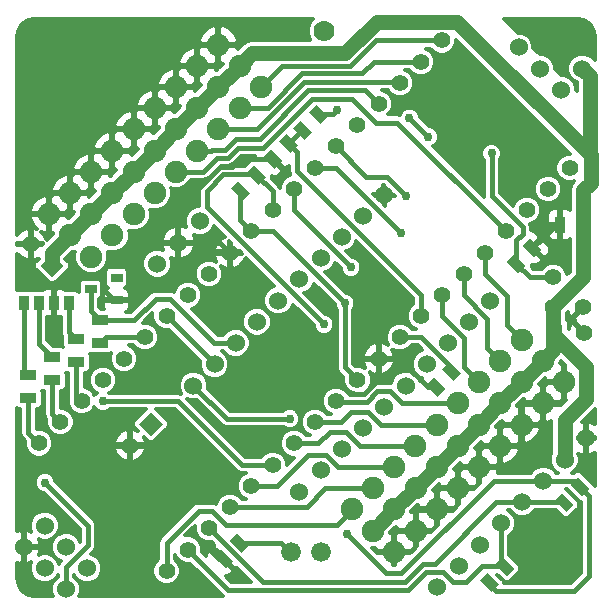
<source format=gtl>
G04 (created by PCBNEW (2013-dec-23)-stable) date Thu 03 Jul 2014 07:48:38 AM MDT*
%MOIN*%
G04 Gerber Fmt 3.4, Leading zero omitted, Abs format*
%FSLAX34Y34*%
G01*
G70*
G90*
G04 APERTURE LIST*
%ADD10C,0.00590551*%
%ADD11C,0.055*%
%ADD12C,0.066*%
%ADD13C,0.07*%
%ADD14C,0.06*%
%ADD15R,0.035X0.055*%
%ADD16R,0.055X0.035*%
%ADD17C,0.16*%
%ADD18R,0.0394X0.0315*%
%ADD19R,0.035X0.045*%
%ADD20C,0.075*%
%ADD21R,0.055X0.055*%
%ADD22C,0.03*%
%ADD23C,0.015*%
%ADD24C,0.05*%
%ADD25C,0.02*%
%ADD26C,0.013*%
G04 APERTURE END LIST*
G54D10*
G54D11*
X32866Y-15738D03*
X31866Y-15738D03*
X31866Y-14738D03*
G54D12*
X24116Y-23918D03*
X23116Y-23918D03*
G54D11*
X28163Y-6850D03*
X27456Y-7557D03*
X26748Y-8264D03*
X26041Y-8971D03*
X25334Y-9678D03*
X24627Y-10385D03*
X23920Y-11092D03*
X23213Y-11799D03*
X22506Y-12506D03*
X21799Y-13214D03*
X21092Y-13921D03*
X20384Y-14628D03*
X19677Y-15335D03*
X18970Y-16042D03*
X18263Y-16749D03*
X17556Y-17456D03*
X16849Y-18163D03*
X16142Y-18870D03*
X15435Y-19578D03*
X14728Y-20285D03*
X18970Y-24527D03*
X19677Y-23820D03*
X20384Y-23113D03*
X21092Y-22406D03*
X21799Y-21699D03*
X22506Y-20992D03*
X23213Y-20285D03*
X23920Y-19578D03*
X24627Y-18870D03*
X25334Y-18163D03*
X26041Y-17456D03*
X26748Y-16749D03*
X27456Y-16042D03*
X28163Y-15335D03*
X28870Y-14628D03*
X29577Y-13921D03*
X30284Y-13214D03*
X30991Y-12506D03*
X31698Y-11799D03*
X32405Y-11092D03*
G54D13*
X24216Y-6538D03*
X23216Y-6538D03*
G54D14*
X18659Y-14296D03*
X19366Y-13588D03*
X20074Y-12881D03*
G54D10*
G36*
X28022Y-18722D02*
X27633Y-18333D01*
X27881Y-18085D01*
X28269Y-18474D01*
X28022Y-18722D01*
X28022Y-18722D01*
G37*
G36*
X28552Y-18192D02*
X28163Y-17803D01*
X28411Y-17555D01*
X28800Y-17944D01*
X28552Y-18192D01*
X28552Y-18192D01*
G37*
G36*
X21331Y-23285D02*
X21720Y-23674D01*
X21472Y-23922D01*
X21083Y-23533D01*
X21331Y-23285D01*
X21331Y-23285D01*
G37*
G36*
X20801Y-23815D02*
X21189Y-24204D01*
X20942Y-24452D01*
X20553Y-24063D01*
X20801Y-23815D01*
X20801Y-23815D01*
G37*
G54D14*
X27998Y-25067D03*
X28705Y-24360D03*
X29412Y-23653D03*
X30119Y-22946D03*
X30826Y-22238D03*
X31534Y-21531D03*
X32241Y-20824D03*
X32948Y-20117D03*
G54D15*
X32091Y-12988D03*
X32841Y-12988D03*
G54D10*
G36*
X30702Y-14612D02*
X30313Y-14223D01*
X30561Y-13975D01*
X30949Y-14364D01*
X30702Y-14612D01*
X30702Y-14612D01*
G37*
G36*
X31232Y-14082D02*
X30843Y-13693D01*
X31091Y-13445D01*
X31480Y-13834D01*
X31232Y-14082D01*
X31232Y-14082D01*
G37*
G36*
X32681Y-21405D02*
X33070Y-21794D01*
X32822Y-22042D01*
X32433Y-21653D01*
X32681Y-21405D01*
X32681Y-21405D01*
G37*
G36*
X32151Y-21935D02*
X32539Y-22324D01*
X32292Y-22572D01*
X31903Y-22183D01*
X32151Y-21935D01*
X32151Y-21935D01*
G37*
G36*
X29792Y-25232D02*
X29403Y-24843D01*
X29651Y-24595D01*
X30039Y-24984D01*
X29792Y-25232D01*
X29792Y-25232D01*
G37*
G36*
X30322Y-24702D02*
X29933Y-24313D01*
X30181Y-24065D01*
X30570Y-24454D01*
X30322Y-24702D01*
X30322Y-24702D01*
G37*
G36*
X23954Y-8996D02*
X24343Y-9385D01*
X24095Y-9633D01*
X23706Y-9244D01*
X23954Y-8996D01*
X23954Y-8996D01*
G37*
G36*
X23424Y-9526D02*
X23813Y-9915D01*
X23565Y-10163D01*
X23176Y-9774D01*
X23424Y-9526D01*
X23424Y-9526D01*
G37*
G36*
X22585Y-11123D02*
X22196Y-10734D01*
X22444Y-10486D01*
X22833Y-10875D01*
X22585Y-11123D01*
X22585Y-11123D01*
G37*
G36*
X23115Y-10593D02*
X22726Y-10204D01*
X22974Y-9956D01*
X23363Y-10345D01*
X23115Y-10593D01*
X23115Y-10593D01*
G37*
G36*
X21894Y-11016D02*
X22283Y-11405D01*
X22035Y-11653D01*
X21646Y-11264D01*
X21894Y-11016D01*
X21894Y-11016D01*
G37*
G36*
X21364Y-11546D02*
X21753Y-11935D01*
X21505Y-12183D01*
X21116Y-11794D01*
X21364Y-11546D01*
X21364Y-11546D01*
G37*
G54D16*
X16760Y-16935D03*
X16760Y-16185D03*
X14366Y-18763D03*
X14366Y-18013D03*
X15166Y-18163D03*
X15166Y-17413D03*
X15966Y-17563D03*
X15966Y-16813D03*
G54D17*
X31889Y-24015D03*
G54D18*
X16437Y-15140D03*
X17303Y-14765D03*
X17303Y-15515D03*
G54D17*
X15354Y-7480D03*
G54D14*
X30706Y-7085D03*
X31413Y-6378D03*
X31413Y-7792D03*
X32120Y-7085D03*
X32120Y-8499D03*
X32827Y-7792D03*
X16327Y-24442D03*
X15620Y-25149D03*
X15620Y-23735D03*
X14913Y-24442D03*
X14913Y-23028D03*
X14206Y-23735D03*
G54D19*
X15716Y-15588D03*
X15216Y-15588D03*
X14716Y-15588D03*
X14216Y-15588D03*
G54D14*
X19867Y-18353D03*
X20574Y-17646D03*
X21281Y-16938D03*
X21988Y-16231D03*
X22695Y-15524D03*
X23402Y-14817D03*
X24109Y-14110D03*
X24816Y-13403D03*
X25524Y-12696D03*
X26231Y-11989D03*
X29766Y-15524D03*
X29059Y-16231D03*
X28352Y-16938D03*
X27645Y-17646D03*
X26938Y-18353D03*
X26231Y-19060D03*
X25524Y-19767D03*
X24816Y-20474D03*
X24109Y-21181D03*
X23402Y-21888D03*
G54D20*
X18579Y-11936D03*
X19286Y-11229D03*
X19994Y-10522D03*
X17872Y-11229D03*
X18579Y-10522D03*
X19286Y-9815D03*
X17165Y-10522D03*
X17872Y-9815D03*
X18579Y-9108D03*
X20699Y-9816D03*
X21406Y-9109D03*
X22114Y-8402D03*
X19992Y-9109D03*
X20699Y-8402D03*
X21406Y-7695D03*
X19285Y-8402D03*
X19992Y-7695D03*
X20699Y-6988D03*
X16459Y-14056D03*
X17166Y-13349D03*
X17874Y-12642D03*
X15752Y-13349D03*
X16459Y-12642D03*
X17166Y-11935D03*
X15045Y-12642D03*
X15752Y-11935D03*
X16459Y-11228D03*
X30804Y-16831D03*
X30096Y-17538D03*
X29389Y-18245D03*
X31511Y-17538D03*
X30804Y-18245D03*
X30096Y-18952D03*
X32218Y-18245D03*
X31511Y-18952D03*
X30804Y-19659D03*
X28684Y-18951D03*
X27976Y-19658D03*
X27269Y-20365D03*
X29391Y-19658D03*
X28684Y-20365D03*
X27976Y-21072D03*
X30098Y-20365D03*
X29391Y-21072D03*
X28684Y-21779D03*
X26564Y-21071D03*
X25856Y-21778D03*
X25149Y-22485D03*
X27271Y-21778D03*
X26564Y-22485D03*
X25856Y-23192D03*
X27978Y-22485D03*
X27271Y-23192D03*
X26564Y-23899D03*
G54D21*
X31900Y-16600D03*
G54D11*
X32900Y-16600D03*
G54D10*
G36*
X18453Y-19257D02*
X18842Y-19646D01*
X18453Y-20035D01*
X18064Y-19646D01*
X18453Y-19257D01*
X18453Y-19257D01*
G37*
G54D11*
X17746Y-20353D03*
G54D10*
G36*
X15542Y-14353D02*
X15153Y-14742D01*
X14764Y-14353D01*
X15153Y-13964D01*
X15542Y-14353D01*
X15542Y-14353D01*
G37*
G54D11*
X14446Y-13646D03*
G54D22*
X24986Y-23308D03*
X23076Y-19458D03*
X29806Y-10618D03*
X26791Y-13263D03*
X26966Y-12038D03*
X16854Y-18876D03*
X24216Y-16313D03*
X25116Y-14413D03*
X24650Y-9180D03*
X24916Y-15613D03*
X27066Y-9438D03*
X27691Y-10063D03*
X14916Y-21588D03*
X31566Y-13388D03*
X21841Y-15388D03*
X31091Y-10513D03*
X28891Y-8313D03*
X20316Y-23738D03*
G54D23*
X26786Y-24608D02*
X26286Y-24608D01*
X26286Y-24608D02*
X24986Y-23308D01*
X23076Y-19458D02*
X20972Y-19458D01*
X20972Y-19458D02*
X19867Y-18353D01*
X29806Y-12038D02*
X29806Y-10618D01*
X30836Y-13068D02*
X29806Y-12038D01*
X30836Y-13298D02*
X30836Y-13068D01*
X31866Y-14738D02*
X31076Y-14738D01*
X31534Y-21531D02*
X29874Y-21531D01*
X26796Y-24608D02*
X26786Y-24608D01*
X29874Y-21531D02*
X26796Y-24608D01*
X31534Y-21531D02*
X32560Y-21531D01*
X32560Y-21531D02*
X32752Y-21723D01*
X29721Y-24914D02*
X29721Y-24953D01*
X33056Y-22028D02*
X32752Y-21723D01*
X33056Y-24708D02*
X33056Y-22028D01*
X32566Y-25198D02*
X33056Y-24708D01*
X29966Y-25198D02*
X32566Y-25198D01*
X29721Y-24953D02*
X29966Y-25198D01*
X30631Y-14294D02*
X30631Y-13504D01*
X30631Y-13504D02*
X30836Y-13298D01*
X31076Y-14738D02*
X30631Y-14294D01*
X23328Y-11201D02*
X23328Y-10558D01*
X23328Y-10558D02*
X23045Y-10274D01*
X23045Y-10274D02*
X23065Y-10274D01*
X23065Y-10274D02*
X23494Y-9845D01*
X27456Y-15328D02*
X27456Y-16042D01*
X23328Y-11201D02*
X27456Y-15328D01*
X28482Y-17873D02*
X28482Y-17779D01*
X27452Y-16749D02*
X26748Y-16749D01*
X28482Y-17779D02*
X27452Y-16749D01*
X18970Y-16042D02*
X18970Y-16042D01*
X18970Y-16042D02*
X20574Y-17646D01*
X16760Y-16185D02*
X17885Y-16185D01*
X17885Y-16185D02*
X18610Y-15460D01*
X16437Y-15140D02*
X16437Y-15862D01*
X16437Y-15862D02*
X16760Y-16185D01*
X21281Y-16938D02*
X20568Y-16938D01*
X19090Y-15460D02*
X18610Y-15460D01*
X20568Y-16938D02*
X19090Y-15460D01*
X27006Y-25158D02*
X21016Y-25158D01*
X21016Y-25158D02*
X19677Y-23820D01*
X30252Y-24383D02*
X29472Y-24383D01*
X28196Y-24558D02*
X27606Y-24558D01*
X28526Y-24888D02*
X28196Y-24558D01*
X28966Y-24888D02*
X28526Y-24888D01*
X29472Y-24383D02*
X28966Y-24888D01*
X30119Y-22946D02*
X30119Y-24251D01*
X30119Y-24251D02*
X30252Y-24383D01*
X27006Y-25158D02*
X27606Y-24558D01*
X26866Y-24908D02*
X22180Y-24908D01*
X22180Y-24908D02*
X20384Y-23113D01*
X30826Y-22238D02*
X29966Y-22238D01*
X26903Y-24908D02*
X26866Y-24908D01*
X27523Y-24288D02*
X26903Y-24908D01*
X27916Y-24288D02*
X27523Y-24288D01*
X29966Y-22238D02*
X27916Y-24288D01*
X30826Y-22238D02*
X32206Y-22238D01*
X32206Y-22238D02*
X32221Y-22254D01*
X15166Y-18163D02*
X15166Y-19309D01*
X15166Y-19309D02*
X15435Y-19578D01*
X14716Y-15588D02*
X14716Y-16963D01*
X14716Y-16963D02*
X15166Y-17413D01*
X14366Y-18763D02*
X14366Y-19924D01*
X14366Y-19924D02*
X14728Y-20285D01*
X14216Y-15588D02*
X14216Y-17863D01*
X14216Y-17863D02*
X14366Y-18013D01*
X15966Y-17563D02*
X15966Y-18695D01*
X15966Y-18695D02*
X16142Y-18870D01*
X15716Y-15588D02*
X15716Y-16563D01*
X15716Y-16563D02*
X15966Y-16813D01*
X23920Y-11092D02*
X24620Y-11092D01*
X24620Y-11092D02*
X26791Y-13263D01*
X26316Y-11388D02*
X25630Y-11388D01*
X25630Y-11388D02*
X24627Y-10385D01*
X26966Y-12038D02*
X26316Y-11388D01*
X20699Y-9816D02*
X21989Y-9816D01*
X26723Y-8238D02*
X26748Y-8264D01*
X23566Y-8238D02*
X26723Y-8238D01*
X21989Y-9816D02*
X23566Y-8238D01*
X21406Y-9109D02*
X22342Y-9109D01*
X25502Y-7952D02*
X25898Y-7557D01*
X23499Y-7952D02*
X25502Y-7952D01*
X22342Y-9109D02*
X23499Y-7952D01*
X25898Y-7557D02*
X27456Y-7557D01*
X22114Y-8402D02*
X22117Y-8402D01*
X25949Y-6850D02*
X28163Y-6850D01*
X25096Y-7702D02*
X25949Y-6850D01*
X22816Y-7702D02*
X25096Y-7702D01*
X22117Y-8402D02*
X22816Y-7702D01*
X29577Y-13921D02*
X29577Y-14629D01*
X30306Y-16334D02*
X30804Y-16831D01*
X30306Y-15358D02*
X30306Y-16334D01*
X29577Y-14629D02*
X30306Y-15358D01*
X28870Y-14628D02*
X28870Y-15342D01*
X29656Y-17098D02*
X30096Y-17538D01*
X29656Y-16128D02*
X29656Y-17098D01*
X28870Y-15342D02*
X29656Y-16128D01*
X28163Y-15335D02*
X28163Y-16035D01*
X28896Y-17752D02*
X29389Y-18245D01*
X28896Y-16768D02*
X28896Y-17752D01*
X28163Y-16035D02*
X28896Y-16768D01*
X22182Y-10422D02*
X21357Y-10422D01*
X21357Y-10422D02*
X21021Y-10758D01*
X25166Y-8788D02*
X25966Y-9588D01*
X23816Y-8788D02*
X25166Y-8788D01*
X22182Y-10422D02*
X23816Y-8788D01*
X19286Y-11229D02*
X20196Y-11229D01*
X20666Y-10758D02*
X21021Y-10758D01*
X20196Y-11229D02*
X20666Y-10758D01*
X30284Y-13206D02*
X26666Y-9588D01*
X30284Y-13214D02*
X30284Y-13206D01*
X26666Y-9588D02*
X25966Y-9588D01*
X22072Y-10132D02*
X21277Y-10132D01*
X21277Y-10132D02*
X20921Y-10488D01*
X19994Y-10522D02*
X20458Y-10522D01*
X20491Y-10488D02*
X20921Y-10488D01*
X20458Y-10522D02*
X20491Y-10488D01*
X25584Y-8513D02*
X26041Y-8971D01*
X23691Y-8513D02*
X25584Y-8513D01*
X22072Y-10132D02*
X23691Y-8513D01*
X25640Y-18888D02*
X24645Y-18888D01*
X24645Y-18888D02*
X24627Y-18870D01*
X26829Y-18951D02*
X28684Y-18951D01*
X26406Y-18528D02*
X26829Y-18951D01*
X26000Y-18528D02*
X26406Y-18528D01*
X25640Y-18888D02*
X26000Y-18528D01*
X23920Y-19578D02*
X24777Y-19578D01*
X26126Y-19658D02*
X27976Y-19658D01*
X25696Y-19228D02*
X26126Y-19658D01*
X25126Y-19228D02*
X25696Y-19228D01*
X24777Y-19578D02*
X25126Y-19228D01*
X27269Y-20365D02*
X25423Y-20365D01*
X24956Y-19898D02*
X24416Y-19898D01*
X25423Y-20365D02*
X24956Y-19898D01*
X23213Y-20285D02*
X24030Y-20285D01*
X24030Y-20285D02*
X24416Y-19898D01*
X16854Y-18876D02*
X19354Y-18876D01*
X19354Y-18876D02*
X21470Y-20992D01*
X21470Y-20992D02*
X22506Y-20992D01*
X21799Y-21699D02*
X22656Y-21699D01*
X24699Y-21071D02*
X26564Y-21071D01*
X24286Y-20658D02*
X24699Y-21071D01*
X23696Y-20658D02*
X24286Y-20658D01*
X22656Y-21699D02*
X23696Y-20658D01*
X21092Y-22406D02*
X23639Y-22406D01*
X24267Y-21778D02*
X25856Y-21778D01*
X23639Y-22406D02*
X24267Y-21778D01*
X18970Y-24527D02*
X18970Y-23595D01*
X24636Y-22998D02*
X25149Y-22485D01*
X20956Y-22998D02*
X24636Y-22998D01*
X20486Y-22528D02*
X20956Y-22998D01*
X20036Y-22528D02*
X20486Y-22528D01*
X18970Y-23595D02*
X20036Y-22528D01*
X22506Y-11875D02*
X21965Y-11334D01*
X20880Y-11310D02*
X21890Y-11310D01*
X21890Y-11310D02*
X22045Y-11464D01*
X22506Y-12506D02*
X22506Y-11875D01*
X20316Y-11888D02*
X20316Y-11857D01*
X20316Y-12413D02*
X20316Y-11888D01*
X20316Y-12413D02*
X24216Y-16313D01*
X20316Y-11857D02*
X20864Y-11310D01*
X20864Y-11310D02*
X20880Y-11310D01*
X23213Y-11799D02*
X23213Y-12510D01*
X23213Y-12510D02*
X25116Y-14413D01*
G54D24*
X15153Y-14353D02*
X15153Y-13948D01*
X15153Y-13948D02*
X15752Y-13349D01*
G54D23*
X15153Y-13948D02*
X15752Y-13349D01*
G54D24*
X31866Y-16638D02*
X31866Y-16648D01*
X31866Y-16648D02*
X32946Y-17728D01*
X31866Y-16638D02*
X31866Y-17182D01*
X32946Y-17728D02*
X32946Y-18808D01*
X32946Y-18808D02*
X32241Y-19514D01*
G54D23*
X24025Y-9314D02*
X24515Y-9314D01*
X24515Y-9314D02*
X24650Y-9180D01*
G54D24*
X32241Y-19514D02*
X32241Y-20824D01*
G54D23*
X32841Y-12988D02*
X32841Y-13713D01*
X32841Y-13713D02*
X32866Y-13738D01*
G54D24*
X33086Y-10646D02*
X33086Y-8051D01*
X33086Y-8051D02*
X32827Y-7792D01*
X21406Y-7695D02*
X21406Y-7691D01*
X28660Y-6220D02*
X33086Y-10646D01*
X33086Y-10646D02*
X33116Y-10676D01*
X25977Y-6220D02*
X28660Y-6220D01*
X24920Y-7277D02*
X25977Y-6220D01*
X21820Y-7277D02*
X24920Y-7277D01*
X21406Y-7691D02*
X21820Y-7277D01*
X32866Y-13738D02*
X32866Y-13788D01*
X32866Y-13788D02*
X32866Y-14738D01*
X32866Y-14738D02*
X31866Y-15738D01*
X31866Y-15738D02*
X31866Y-16638D01*
X31866Y-17182D02*
X31511Y-17538D01*
X32866Y-13738D02*
X32866Y-11838D01*
X33116Y-11588D02*
X33116Y-10676D01*
X32866Y-11838D02*
X33116Y-11588D01*
X30804Y-18245D02*
X31511Y-17538D01*
X30096Y-18952D02*
X30096Y-18952D01*
X30096Y-18952D02*
X30804Y-18245D01*
X29391Y-19658D02*
X29391Y-19658D01*
X29391Y-19658D02*
X30096Y-18952D01*
X28684Y-20365D02*
X29391Y-19658D01*
X27976Y-21072D02*
X27976Y-21072D01*
X27976Y-21072D02*
X28684Y-20365D01*
X27271Y-21778D02*
X27271Y-21778D01*
X27271Y-21778D02*
X27976Y-21072D01*
X26564Y-22485D02*
X27271Y-21778D01*
X25856Y-23192D02*
X25856Y-23192D01*
X25856Y-23192D02*
X26564Y-22485D01*
X20699Y-8402D02*
X20699Y-8402D01*
X20699Y-8402D02*
X21406Y-7695D01*
X19992Y-9109D02*
X20699Y-8402D01*
X19286Y-9815D02*
X19286Y-9815D01*
X19286Y-9815D02*
X19992Y-9109D01*
X18579Y-10522D02*
X18579Y-10522D01*
X18579Y-10522D02*
X19286Y-9815D01*
X17872Y-11229D02*
X18579Y-10522D01*
X17166Y-11935D02*
X17166Y-11935D01*
X17166Y-11935D02*
X17872Y-11229D01*
X16459Y-12642D02*
X16459Y-12642D01*
X16459Y-12642D02*
X17166Y-11935D01*
X15752Y-13349D02*
X16459Y-12642D01*
G54D23*
X21434Y-12849D02*
X21799Y-13214D01*
X24916Y-15613D02*
X24916Y-17746D01*
X22517Y-13214D02*
X24916Y-15613D01*
X21799Y-13214D02*
X22517Y-13214D01*
X24916Y-17746D02*
X25334Y-18163D01*
X21434Y-11865D02*
X21434Y-12849D01*
X27691Y-10063D02*
X27066Y-9438D01*
X15620Y-25149D02*
X15620Y-24415D01*
X16356Y-23028D02*
X14916Y-21588D01*
X16356Y-23678D02*
X16356Y-23028D01*
X15620Y-24415D02*
X16356Y-23678D01*
X15216Y-15588D02*
X15216Y-15183D01*
X15216Y-15183D02*
X15740Y-14660D01*
X31566Y-13388D02*
X31536Y-13388D01*
X31536Y-13388D02*
X31162Y-13763D01*
G54D25*
X31566Y-13388D02*
X31566Y-13413D01*
G54D23*
X17303Y-15515D02*
X17215Y-15515D01*
X17215Y-15515D02*
X16840Y-15140D01*
X16840Y-15140D02*
X16840Y-14780D01*
X16840Y-14780D02*
X16720Y-14660D01*
X16720Y-14660D02*
X15740Y-14660D01*
X21150Y-11054D02*
X21150Y-11050D01*
X21394Y-10805D02*
X22514Y-10805D01*
X21150Y-11050D02*
X21394Y-10805D01*
X27951Y-18404D02*
X27682Y-18404D01*
X26734Y-17456D02*
X26041Y-17456D01*
X27682Y-18404D02*
X26734Y-17456D01*
X25106Y-18638D02*
X25091Y-18638D01*
X21092Y-14639D02*
X21092Y-13921D01*
X25091Y-18638D02*
X21841Y-15388D01*
X21841Y-15388D02*
X21092Y-14639D01*
G54D24*
X31566Y-10988D02*
X31091Y-10513D01*
X31091Y-10513D02*
X28891Y-8313D01*
G54D25*
X32225Y-11612D02*
X32225Y-12029D01*
X32091Y-12163D02*
X32091Y-12988D01*
X32225Y-12029D02*
X32091Y-12163D01*
X31601Y-10988D02*
X32225Y-11612D01*
G54D23*
X20759Y-13588D02*
X21092Y-13921D01*
X19366Y-13588D02*
X20759Y-13588D01*
X26041Y-18134D02*
X26041Y-17456D01*
X25536Y-18638D02*
X26041Y-18134D01*
X25106Y-18638D02*
X25536Y-18638D01*
X19366Y-13588D02*
X19366Y-12438D01*
X20751Y-11054D02*
X21150Y-11054D01*
X19366Y-12438D02*
X20751Y-11054D01*
G54D25*
X32091Y-12988D02*
X31991Y-12988D01*
X31991Y-12988D02*
X31566Y-13413D01*
G54D23*
X20871Y-24134D02*
X20712Y-24134D01*
X20712Y-24134D02*
X20316Y-23738D01*
X21402Y-23603D02*
X22801Y-23603D01*
X22801Y-23603D02*
X23116Y-23918D01*
X18263Y-16749D02*
X16945Y-16749D01*
X16945Y-16749D02*
X16760Y-16935D01*
G54D10*
G36*
X33249Y-7518D02*
X33247Y-7512D01*
X33108Y-7373D01*
X32926Y-7297D01*
X32729Y-7297D01*
X32547Y-7372D01*
X32408Y-7511D01*
X32332Y-7693D01*
X32332Y-7890D01*
X32407Y-8072D01*
X32546Y-8211D01*
X32641Y-8251D01*
X32641Y-8533D01*
X32615Y-8507D01*
X32615Y-8401D01*
X32540Y-8219D01*
X32401Y-8080D01*
X32219Y-8004D01*
X32112Y-8004D01*
X31908Y-7800D01*
X31908Y-7694D01*
X31833Y-7512D01*
X31694Y-7373D01*
X31512Y-7297D01*
X31405Y-7297D01*
X31201Y-7093D01*
X31201Y-6987D01*
X31126Y-6805D01*
X30987Y-6666D01*
X30805Y-6590D01*
X30698Y-6590D01*
X30227Y-6120D01*
X32655Y-6120D01*
X32895Y-6168D01*
X33078Y-6290D01*
X33202Y-6476D01*
X33249Y-6712D01*
X33249Y-7518D01*
X33249Y-7518D01*
G37*
G54D26*
X33249Y-7518D02*
X33247Y-7512D01*
X33108Y-7373D01*
X32926Y-7297D01*
X32729Y-7297D01*
X32547Y-7372D01*
X32408Y-7511D01*
X32332Y-7693D01*
X32332Y-7890D01*
X32407Y-8072D01*
X32546Y-8211D01*
X32641Y-8251D01*
X32641Y-8533D01*
X32615Y-8507D01*
X32615Y-8401D01*
X32540Y-8219D01*
X32401Y-8080D01*
X32219Y-8004D01*
X32112Y-8004D01*
X31908Y-7800D01*
X31908Y-7694D01*
X31833Y-7512D01*
X31694Y-7373D01*
X31512Y-7297D01*
X31405Y-7297D01*
X31201Y-7093D01*
X31201Y-6987D01*
X31126Y-6805D01*
X30987Y-6666D01*
X30805Y-6590D01*
X30698Y-6590D01*
X30227Y-6120D01*
X32655Y-6120D01*
X32895Y-6168D01*
X33078Y-6290D01*
X33202Y-6476D01*
X33249Y-6712D01*
X33249Y-7518D01*
G54D10*
G36*
X21626Y-21262D02*
X21533Y-21300D01*
X21400Y-21432D01*
X21329Y-21605D01*
X21329Y-21792D01*
X21400Y-21965D01*
X21532Y-22097D01*
X21626Y-22136D01*
X21486Y-22136D01*
X21358Y-22008D01*
X21185Y-21936D01*
X20998Y-21936D01*
X20826Y-22007D01*
X20693Y-22139D01*
X20625Y-22303D01*
X20590Y-22279D01*
X20486Y-22258D01*
X20036Y-22258D01*
X19933Y-22279D01*
X19846Y-22338D01*
X18779Y-23404D01*
X18721Y-23491D01*
X18700Y-23595D01*
X18700Y-24133D01*
X18572Y-24261D01*
X18500Y-24433D01*
X18500Y-24620D01*
X18572Y-24793D01*
X18704Y-24926D01*
X18876Y-24997D01*
X19063Y-24997D01*
X19236Y-24926D01*
X19368Y-24794D01*
X19440Y-24621D01*
X19440Y-24434D01*
X19369Y-24261D01*
X19240Y-24133D01*
X19240Y-23993D01*
X19279Y-24086D01*
X19411Y-24218D01*
X19583Y-24290D01*
X19766Y-24290D01*
X20825Y-25349D01*
X20864Y-25375D01*
X18283Y-25375D01*
X18283Y-20474D01*
X18229Y-20388D01*
X17781Y-20388D01*
X17781Y-20836D01*
X17866Y-20890D01*
X18063Y-20803D01*
X18211Y-20648D01*
X18283Y-20474D01*
X18283Y-25375D01*
X17711Y-25375D01*
X17711Y-20836D01*
X17711Y-20388D01*
X17711Y-20318D01*
X17711Y-19870D01*
X17625Y-19816D01*
X17429Y-19903D01*
X17281Y-20058D01*
X17209Y-20233D01*
X17263Y-20318D01*
X17711Y-20318D01*
X17711Y-20388D01*
X17263Y-20388D01*
X17209Y-20474D01*
X17296Y-20670D01*
X17451Y-20818D01*
X17625Y-20890D01*
X17711Y-20836D01*
X17711Y-25375D01*
X16062Y-25375D01*
X16115Y-25248D01*
X16115Y-25051D01*
X16040Y-24869D01*
X15901Y-24730D01*
X15890Y-24725D01*
X15890Y-24680D01*
X15907Y-24722D01*
X16046Y-24861D01*
X16228Y-24937D01*
X16425Y-24937D01*
X16607Y-24862D01*
X16746Y-24723D01*
X16822Y-24541D01*
X16822Y-24344D01*
X16747Y-24162D01*
X16608Y-24023D01*
X16457Y-23960D01*
X16547Y-23869D01*
X16606Y-23782D01*
X16606Y-23782D01*
X16626Y-23678D01*
X16626Y-23028D01*
X16606Y-22925D01*
X16606Y-22925D01*
X16547Y-22838D01*
X16547Y-22838D01*
X15261Y-21552D01*
X15261Y-21520D01*
X15209Y-21393D01*
X15112Y-21296D01*
X14985Y-21244D01*
X14848Y-21243D01*
X14721Y-21296D01*
X14624Y-21393D01*
X14571Y-21520D01*
X14571Y-21657D01*
X14624Y-21784D01*
X14721Y-21881D01*
X14848Y-21933D01*
X14880Y-21933D01*
X16086Y-23140D01*
X16086Y-23567D01*
X16086Y-23567D01*
X16040Y-23455D01*
X15901Y-23316D01*
X15719Y-23240D01*
X15522Y-23240D01*
X15408Y-23287D01*
X15408Y-22930D01*
X15333Y-22748D01*
X15194Y-22608D01*
X15012Y-22533D01*
X14815Y-22533D01*
X14633Y-22608D01*
X14493Y-22747D01*
X14418Y-22929D01*
X14418Y-23126D01*
X14459Y-23226D01*
X14330Y-23172D01*
X14241Y-23226D01*
X14241Y-23650D01*
X14211Y-23680D01*
X14261Y-23729D01*
X14290Y-23700D01*
X14714Y-23700D01*
X14768Y-23610D01*
X14711Y-23480D01*
X14814Y-23523D01*
X15011Y-23523D01*
X15193Y-23448D01*
X15332Y-23309D01*
X15408Y-23127D01*
X15408Y-22930D01*
X15408Y-23287D01*
X15340Y-23315D01*
X15201Y-23454D01*
X15125Y-23636D01*
X15125Y-23833D01*
X15200Y-24015D01*
X15339Y-24154D01*
X15452Y-24201D01*
X15429Y-24224D01*
X15385Y-24289D01*
X15333Y-24162D01*
X15194Y-24023D01*
X15012Y-23947D01*
X14815Y-23947D01*
X14715Y-23988D01*
X14768Y-23859D01*
X14714Y-23770D01*
X14290Y-23770D01*
X14261Y-23740D01*
X14211Y-23790D01*
X14241Y-23819D01*
X14241Y-24244D01*
X14330Y-24297D01*
X14461Y-24240D01*
X14418Y-24343D01*
X14418Y-24540D01*
X14493Y-24722D01*
X14632Y-24861D01*
X14814Y-24937D01*
X15011Y-24937D01*
X15193Y-24862D01*
X15332Y-24723D01*
X15350Y-24680D01*
X15350Y-24725D01*
X15340Y-24729D01*
X15201Y-24868D01*
X15125Y-25050D01*
X15125Y-25247D01*
X15178Y-25375D01*
X14586Y-25375D01*
X14350Y-25328D01*
X14164Y-25204D01*
X14042Y-25021D01*
X13994Y-24781D01*
X13994Y-24261D01*
X14081Y-24297D01*
X14171Y-24244D01*
X14171Y-23819D01*
X14200Y-23790D01*
X14151Y-23740D01*
X14121Y-23770D01*
X13994Y-23770D01*
X13994Y-23700D01*
X14121Y-23700D01*
X14151Y-23729D01*
X14200Y-23680D01*
X14171Y-23650D01*
X14171Y-23226D01*
X14081Y-23172D01*
X13994Y-23211D01*
X13994Y-19109D01*
X14052Y-19133D01*
X14096Y-19133D01*
X14096Y-19924D01*
X14117Y-20027D01*
X14176Y-20114D01*
X14258Y-20197D01*
X14258Y-20378D01*
X14329Y-20551D01*
X14461Y-20683D01*
X14634Y-20755D01*
X14821Y-20755D01*
X14993Y-20683D01*
X15126Y-20551D01*
X15198Y-20379D01*
X15198Y-20192D01*
X15126Y-20019D01*
X14994Y-19886D01*
X14821Y-19815D01*
X14639Y-19815D01*
X14636Y-19812D01*
X14636Y-19134D01*
X14680Y-19134D01*
X14752Y-19104D01*
X14807Y-19049D01*
X14836Y-18977D01*
X14836Y-18900D01*
X14836Y-18550D01*
X14825Y-18522D01*
X14852Y-18533D01*
X14896Y-18533D01*
X14896Y-19309D01*
X14917Y-19413D01*
X14965Y-19484D01*
X14965Y-19484D01*
X14965Y-19671D01*
X15036Y-19843D01*
X15168Y-19976D01*
X15341Y-20047D01*
X15528Y-20048D01*
X15701Y-19976D01*
X15833Y-19844D01*
X15905Y-19671D01*
X15905Y-19484D01*
X15833Y-19312D01*
X15701Y-19179D01*
X15529Y-19108D01*
X15436Y-19108D01*
X15436Y-18534D01*
X15480Y-18534D01*
X15552Y-18504D01*
X15607Y-18449D01*
X15636Y-18377D01*
X15636Y-18300D01*
X15636Y-17950D01*
X15625Y-17922D01*
X15652Y-17933D01*
X15696Y-17933D01*
X15696Y-18695D01*
X15699Y-18710D01*
X15672Y-18777D01*
X15672Y-18964D01*
X15743Y-19136D01*
X15875Y-19269D01*
X16048Y-19340D01*
X16235Y-19341D01*
X16408Y-19269D01*
X16540Y-19137D01*
X16566Y-19075D01*
X16658Y-19168D01*
X16785Y-19221D01*
X16922Y-19221D01*
X17049Y-19169D01*
X17072Y-19146D01*
X18288Y-19146D01*
X18288Y-19146D01*
X17899Y-19535D01*
X17869Y-19607D01*
X17869Y-19685D01*
X17899Y-19756D01*
X17954Y-19811D01*
X18023Y-19881D01*
X17866Y-19816D01*
X17781Y-19870D01*
X17781Y-20269D01*
X17752Y-20298D01*
X17801Y-20347D01*
X17830Y-20318D01*
X18229Y-20318D01*
X18283Y-20233D01*
X18210Y-20068D01*
X18342Y-20200D01*
X18414Y-20230D01*
X18492Y-20230D01*
X18563Y-20200D01*
X18618Y-20145D01*
X19007Y-19757D01*
X19037Y-19685D01*
X19037Y-19607D01*
X19007Y-19536D01*
X18953Y-19481D01*
X18618Y-19146D01*
X19242Y-19146D01*
X21279Y-21183D01*
X21366Y-21241D01*
X21366Y-21241D01*
X21470Y-21262D01*
X21626Y-21262D01*
X21626Y-21262D01*
G37*
G54D26*
X21626Y-21262D02*
X21533Y-21300D01*
X21400Y-21432D01*
X21329Y-21605D01*
X21329Y-21792D01*
X21400Y-21965D01*
X21532Y-22097D01*
X21626Y-22136D01*
X21486Y-22136D01*
X21358Y-22008D01*
X21185Y-21936D01*
X20998Y-21936D01*
X20826Y-22007D01*
X20693Y-22139D01*
X20625Y-22303D01*
X20590Y-22279D01*
X20486Y-22258D01*
X20036Y-22258D01*
X19933Y-22279D01*
X19846Y-22338D01*
X18779Y-23404D01*
X18721Y-23491D01*
X18700Y-23595D01*
X18700Y-24133D01*
X18572Y-24261D01*
X18500Y-24433D01*
X18500Y-24620D01*
X18572Y-24793D01*
X18704Y-24926D01*
X18876Y-24997D01*
X19063Y-24997D01*
X19236Y-24926D01*
X19368Y-24794D01*
X19440Y-24621D01*
X19440Y-24434D01*
X19369Y-24261D01*
X19240Y-24133D01*
X19240Y-23993D01*
X19279Y-24086D01*
X19411Y-24218D01*
X19583Y-24290D01*
X19766Y-24290D01*
X20825Y-25349D01*
X20864Y-25375D01*
X18283Y-25375D01*
X18283Y-20474D01*
X18229Y-20388D01*
X17781Y-20388D01*
X17781Y-20836D01*
X17866Y-20890D01*
X18063Y-20803D01*
X18211Y-20648D01*
X18283Y-20474D01*
X18283Y-25375D01*
X17711Y-25375D01*
X17711Y-20836D01*
X17711Y-20388D01*
X17711Y-20318D01*
X17711Y-19870D01*
X17625Y-19816D01*
X17429Y-19903D01*
X17281Y-20058D01*
X17209Y-20233D01*
X17263Y-20318D01*
X17711Y-20318D01*
X17711Y-20388D01*
X17263Y-20388D01*
X17209Y-20474D01*
X17296Y-20670D01*
X17451Y-20818D01*
X17625Y-20890D01*
X17711Y-20836D01*
X17711Y-25375D01*
X16062Y-25375D01*
X16115Y-25248D01*
X16115Y-25051D01*
X16040Y-24869D01*
X15901Y-24730D01*
X15890Y-24725D01*
X15890Y-24680D01*
X15907Y-24722D01*
X16046Y-24861D01*
X16228Y-24937D01*
X16425Y-24937D01*
X16607Y-24862D01*
X16746Y-24723D01*
X16822Y-24541D01*
X16822Y-24344D01*
X16747Y-24162D01*
X16608Y-24023D01*
X16457Y-23960D01*
X16547Y-23869D01*
X16606Y-23782D01*
X16606Y-23782D01*
X16626Y-23678D01*
X16626Y-23028D01*
X16606Y-22925D01*
X16606Y-22925D01*
X16547Y-22838D01*
X16547Y-22838D01*
X15261Y-21552D01*
X15261Y-21520D01*
X15209Y-21393D01*
X15112Y-21296D01*
X14985Y-21244D01*
X14848Y-21243D01*
X14721Y-21296D01*
X14624Y-21393D01*
X14571Y-21520D01*
X14571Y-21657D01*
X14624Y-21784D01*
X14721Y-21881D01*
X14848Y-21933D01*
X14880Y-21933D01*
X16086Y-23140D01*
X16086Y-23567D01*
X16086Y-23567D01*
X16040Y-23455D01*
X15901Y-23316D01*
X15719Y-23240D01*
X15522Y-23240D01*
X15408Y-23287D01*
X15408Y-22930D01*
X15333Y-22748D01*
X15194Y-22608D01*
X15012Y-22533D01*
X14815Y-22533D01*
X14633Y-22608D01*
X14493Y-22747D01*
X14418Y-22929D01*
X14418Y-23126D01*
X14459Y-23226D01*
X14330Y-23172D01*
X14241Y-23226D01*
X14241Y-23650D01*
X14211Y-23680D01*
X14261Y-23729D01*
X14290Y-23700D01*
X14714Y-23700D01*
X14768Y-23610D01*
X14711Y-23480D01*
X14814Y-23523D01*
X15011Y-23523D01*
X15193Y-23448D01*
X15332Y-23309D01*
X15408Y-23127D01*
X15408Y-22930D01*
X15408Y-23287D01*
X15340Y-23315D01*
X15201Y-23454D01*
X15125Y-23636D01*
X15125Y-23833D01*
X15200Y-24015D01*
X15339Y-24154D01*
X15452Y-24201D01*
X15429Y-24224D01*
X15385Y-24289D01*
X15333Y-24162D01*
X15194Y-24023D01*
X15012Y-23947D01*
X14815Y-23947D01*
X14715Y-23988D01*
X14768Y-23859D01*
X14714Y-23770D01*
X14290Y-23770D01*
X14261Y-23740D01*
X14211Y-23790D01*
X14241Y-23819D01*
X14241Y-24244D01*
X14330Y-24297D01*
X14461Y-24240D01*
X14418Y-24343D01*
X14418Y-24540D01*
X14493Y-24722D01*
X14632Y-24861D01*
X14814Y-24937D01*
X15011Y-24937D01*
X15193Y-24862D01*
X15332Y-24723D01*
X15350Y-24680D01*
X15350Y-24725D01*
X15340Y-24729D01*
X15201Y-24868D01*
X15125Y-25050D01*
X15125Y-25247D01*
X15178Y-25375D01*
X14586Y-25375D01*
X14350Y-25328D01*
X14164Y-25204D01*
X14042Y-25021D01*
X13994Y-24781D01*
X13994Y-24261D01*
X14081Y-24297D01*
X14171Y-24244D01*
X14171Y-23819D01*
X14200Y-23790D01*
X14151Y-23740D01*
X14121Y-23770D01*
X13994Y-23770D01*
X13994Y-23700D01*
X14121Y-23700D01*
X14151Y-23729D01*
X14200Y-23680D01*
X14171Y-23650D01*
X14171Y-23226D01*
X14081Y-23172D01*
X13994Y-23211D01*
X13994Y-19109D01*
X14052Y-19133D01*
X14096Y-19133D01*
X14096Y-19924D01*
X14117Y-20027D01*
X14176Y-20114D01*
X14258Y-20197D01*
X14258Y-20378D01*
X14329Y-20551D01*
X14461Y-20683D01*
X14634Y-20755D01*
X14821Y-20755D01*
X14993Y-20683D01*
X15126Y-20551D01*
X15198Y-20379D01*
X15198Y-20192D01*
X15126Y-20019D01*
X14994Y-19886D01*
X14821Y-19815D01*
X14639Y-19815D01*
X14636Y-19812D01*
X14636Y-19134D01*
X14680Y-19134D01*
X14752Y-19104D01*
X14807Y-19049D01*
X14836Y-18977D01*
X14836Y-18900D01*
X14836Y-18550D01*
X14825Y-18522D01*
X14852Y-18533D01*
X14896Y-18533D01*
X14896Y-19309D01*
X14917Y-19413D01*
X14965Y-19484D01*
X14965Y-19484D01*
X14965Y-19671D01*
X15036Y-19843D01*
X15168Y-19976D01*
X15341Y-20047D01*
X15528Y-20048D01*
X15701Y-19976D01*
X15833Y-19844D01*
X15905Y-19671D01*
X15905Y-19484D01*
X15833Y-19312D01*
X15701Y-19179D01*
X15529Y-19108D01*
X15436Y-19108D01*
X15436Y-18534D01*
X15480Y-18534D01*
X15552Y-18504D01*
X15607Y-18449D01*
X15636Y-18377D01*
X15636Y-18300D01*
X15636Y-17950D01*
X15625Y-17922D01*
X15652Y-17933D01*
X15696Y-17933D01*
X15696Y-18695D01*
X15699Y-18710D01*
X15672Y-18777D01*
X15672Y-18964D01*
X15743Y-19136D01*
X15875Y-19269D01*
X16048Y-19340D01*
X16235Y-19341D01*
X16408Y-19269D01*
X16540Y-19137D01*
X16566Y-19075D01*
X16658Y-19168D01*
X16785Y-19221D01*
X16922Y-19221D01*
X17049Y-19169D01*
X17072Y-19146D01*
X18288Y-19146D01*
X18288Y-19146D01*
X17899Y-19535D01*
X17869Y-19607D01*
X17869Y-19685D01*
X17899Y-19756D01*
X17954Y-19811D01*
X18023Y-19881D01*
X17866Y-19816D01*
X17781Y-19870D01*
X17781Y-20269D01*
X17752Y-20298D01*
X17801Y-20347D01*
X17830Y-20318D01*
X18229Y-20318D01*
X18283Y-20233D01*
X18210Y-20068D01*
X18342Y-20200D01*
X18414Y-20230D01*
X18492Y-20230D01*
X18563Y-20200D01*
X18618Y-20145D01*
X19007Y-19757D01*
X19037Y-19685D01*
X19037Y-19607D01*
X19007Y-19536D01*
X18953Y-19481D01*
X18618Y-19146D01*
X19242Y-19146D01*
X21279Y-21183D01*
X21366Y-21241D01*
X21366Y-21241D01*
X21470Y-21262D01*
X21626Y-21262D01*
G54D10*
G36*
X21778Y-24888D02*
X21127Y-24888D01*
X20956Y-24717D01*
X20995Y-24717D01*
X21092Y-24676D01*
X21182Y-24587D01*
X21182Y-24493D01*
X20871Y-24183D01*
X20866Y-24189D01*
X20816Y-24139D01*
X20822Y-24134D01*
X20512Y-23823D01*
X20418Y-23823D01*
X20329Y-23913D01*
X20288Y-24010D01*
X20288Y-24049D01*
X20147Y-23908D01*
X20147Y-23727D01*
X20076Y-23554D01*
X19944Y-23422D01*
X19771Y-23350D01*
X19597Y-23350D01*
X19915Y-23032D01*
X19914Y-23206D01*
X19986Y-23379D01*
X20118Y-23511D01*
X20291Y-23583D01*
X20473Y-23583D01*
X20565Y-23676D01*
X20561Y-23680D01*
X20561Y-23774D01*
X20871Y-24084D01*
X20877Y-24079D01*
X20926Y-24128D01*
X20921Y-24134D01*
X21231Y-24444D01*
X21325Y-24444D01*
X21329Y-24440D01*
X21778Y-24888D01*
X21778Y-24888D01*
G37*
G54D26*
X21778Y-24888D02*
X21127Y-24888D01*
X20956Y-24717D01*
X20995Y-24717D01*
X21092Y-24676D01*
X21182Y-24587D01*
X21182Y-24493D01*
X20871Y-24183D01*
X20866Y-24189D01*
X20816Y-24139D01*
X20822Y-24134D01*
X20512Y-23823D01*
X20418Y-23823D01*
X20329Y-23913D01*
X20288Y-24010D01*
X20288Y-24049D01*
X20147Y-23908D01*
X20147Y-23727D01*
X20076Y-23554D01*
X19944Y-23422D01*
X19771Y-23350D01*
X19597Y-23350D01*
X19915Y-23032D01*
X19914Y-23206D01*
X19986Y-23379D01*
X20118Y-23511D01*
X20291Y-23583D01*
X20473Y-23583D01*
X20565Y-23676D01*
X20561Y-23680D01*
X20561Y-23774D01*
X20871Y-24084D01*
X20877Y-24079D01*
X20926Y-24128D01*
X20921Y-24134D01*
X21231Y-24444D01*
X21325Y-24444D01*
X21329Y-24440D01*
X21778Y-24888D01*
G54D10*
G36*
X21948Y-10827D02*
X21933Y-10821D01*
X21855Y-10821D01*
X21784Y-10851D01*
X21729Y-10906D01*
X21595Y-11040D01*
X20880Y-11040D01*
X20864Y-11040D01*
X20760Y-11060D01*
X20719Y-11087D01*
X20778Y-11028D01*
X21021Y-11028D01*
X21124Y-11008D01*
X21124Y-11008D01*
X21211Y-10949D01*
X21468Y-10692D01*
X21931Y-10692D01*
X21931Y-10786D01*
X21948Y-10827D01*
X21948Y-10827D01*
G37*
G54D26*
X21948Y-10827D02*
X21933Y-10821D01*
X21855Y-10821D01*
X21784Y-10851D01*
X21729Y-10906D01*
X21595Y-11040D01*
X20880Y-11040D01*
X20864Y-11040D01*
X20760Y-11060D01*
X20719Y-11087D01*
X20778Y-11028D01*
X21021Y-11028D01*
X21124Y-11008D01*
X21124Y-11008D01*
X21211Y-10949D01*
X21468Y-10692D01*
X21931Y-10692D01*
X21931Y-10786D01*
X21948Y-10827D01*
G54D10*
G36*
X23101Y-11337D02*
X22947Y-11401D01*
X22815Y-11533D01*
X22743Y-11705D01*
X22743Y-11754D01*
X22697Y-11685D01*
X22697Y-11685D01*
X22471Y-11459D01*
X22478Y-11444D01*
X22478Y-11366D01*
X22477Y-11365D01*
X22533Y-11388D01*
X22638Y-11388D01*
X22735Y-11347D01*
X22825Y-11258D01*
X22825Y-11164D01*
X22514Y-10854D01*
X22509Y-10860D01*
X22459Y-10810D01*
X22465Y-10805D01*
X22459Y-10799D01*
X22509Y-10750D01*
X22514Y-10755D01*
X22520Y-10750D01*
X22569Y-10799D01*
X22564Y-10805D01*
X22874Y-11115D01*
X22968Y-11115D01*
X23057Y-11026D01*
X23058Y-11022D01*
X23058Y-11201D01*
X23079Y-11304D01*
X23101Y-11337D01*
X23101Y-11337D01*
G37*
G54D26*
X23101Y-11337D02*
X22947Y-11401D01*
X22815Y-11533D01*
X22743Y-11705D01*
X22743Y-11754D01*
X22697Y-11685D01*
X22697Y-11685D01*
X22471Y-11459D01*
X22478Y-11444D01*
X22478Y-11366D01*
X22477Y-11365D01*
X22533Y-11388D01*
X22638Y-11388D01*
X22735Y-11347D01*
X22825Y-11258D01*
X22825Y-11164D01*
X22514Y-10854D01*
X22509Y-10860D01*
X22459Y-10810D01*
X22465Y-10805D01*
X22459Y-10799D01*
X22509Y-10750D01*
X22514Y-10755D01*
X22520Y-10750D01*
X22569Y-10799D01*
X22564Y-10805D01*
X22874Y-11115D01*
X22968Y-11115D01*
X23057Y-11026D01*
X23058Y-11022D01*
X23058Y-11201D01*
X23079Y-11304D01*
X23101Y-11337D01*
G54D10*
G36*
X25205Y-18618D02*
X25032Y-18618D01*
X25026Y-18605D01*
X24894Y-18472D01*
X24721Y-18401D01*
X24534Y-18400D01*
X24361Y-18472D01*
X24229Y-18604D01*
X24157Y-18777D01*
X24157Y-18964D01*
X24228Y-19136D01*
X24361Y-19269D01*
X24454Y-19308D01*
X24315Y-19308D01*
X24187Y-19179D01*
X24014Y-19108D01*
X23827Y-19107D01*
X23654Y-19179D01*
X23522Y-19311D01*
X23450Y-19484D01*
X23450Y-19671D01*
X23521Y-19843D01*
X23653Y-19976D01*
X23747Y-20015D01*
X23607Y-20015D01*
X23479Y-19886D01*
X23307Y-19815D01*
X23120Y-19815D01*
X22947Y-19886D01*
X22815Y-20018D01*
X22743Y-20191D01*
X22743Y-20378D01*
X22814Y-20551D01*
X22946Y-20683D01*
X23119Y-20755D01*
X23218Y-20755D01*
X22976Y-20997D01*
X22976Y-20899D01*
X22904Y-20726D01*
X22772Y-20594D01*
X22600Y-20522D01*
X22413Y-20522D01*
X22240Y-20593D01*
X22111Y-20722D01*
X21582Y-20722D01*
X19665Y-18805D01*
X19768Y-18848D01*
X19965Y-18848D01*
X19975Y-18843D01*
X20782Y-19649D01*
X20782Y-19649D01*
X20869Y-19708D01*
X20869Y-19708D01*
X20952Y-19724D01*
X20972Y-19728D01*
X20972Y-19728D01*
X20972Y-19728D01*
X22858Y-19728D01*
X22881Y-19751D01*
X23008Y-19803D01*
X23145Y-19804D01*
X23272Y-19751D01*
X23369Y-19654D01*
X23421Y-19527D01*
X23421Y-19390D01*
X23369Y-19263D01*
X23272Y-19166D01*
X23145Y-19114D01*
X23008Y-19113D01*
X22881Y-19166D01*
X22859Y-19188D01*
X22483Y-19188D01*
X22483Y-16133D01*
X22408Y-15951D01*
X22269Y-15812D01*
X22087Y-15736D01*
X21890Y-15736D01*
X21708Y-15811D01*
X21569Y-15951D01*
X21493Y-16132D01*
X21493Y-16329D01*
X21568Y-16511D01*
X21707Y-16651D01*
X21889Y-16726D01*
X22086Y-16726D01*
X22268Y-16651D01*
X22407Y-16512D01*
X22483Y-16330D01*
X22483Y-16133D01*
X22483Y-19188D01*
X21084Y-19188D01*
X20357Y-18462D01*
X20362Y-18452D01*
X20362Y-18255D01*
X20287Y-18073D01*
X20147Y-17933D01*
X19966Y-17858D01*
X19769Y-17858D01*
X19587Y-17933D01*
X19447Y-18072D01*
X19372Y-18254D01*
X19372Y-18451D01*
X19443Y-18624D01*
X19354Y-18606D01*
X17072Y-18606D01*
X17053Y-18587D01*
X17115Y-18562D01*
X17247Y-18430D01*
X17319Y-18257D01*
X17319Y-18070D01*
X17248Y-17897D01*
X17115Y-17765D01*
X16943Y-17693D01*
X16756Y-17693D01*
X16583Y-17765D01*
X16451Y-17897D01*
X16379Y-18069D01*
X16379Y-18256D01*
X16450Y-18429D01*
X16582Y-18562D01*
X16652Y-18590D01*
X16569Y-18673D01*
X16540Y-18605D01*
X16408Y-18472D01*
X16236Y-18401D01*
X16236Y-17934D01*
X16280Y-17934D01*
X16352Y-17904D01*
X16407Y-17849D01*
X16436Y-17777D01*
X16436Y-17700D01*
X16436Y-17350D01*
X16412Y-17291D01*
X16446Y-17304D01*
X16523Y-17305D01*
X17073Y-17305D01*
X17118Y-17286D01*
X17086Y-17362D01*
X17086Y-17549D01*
X17157Y-17722D01*
X17289Y-17854D01*
X17462Y-17926D01*
X17649Y-17926D01*
X17822Y-17855D01*
X17954Y-17723D01*
X18026Y-17550D01*
X18026Y-17363D01*
X17955Y-17190D01*
X17823Y-17058D01*
X17729Y-17019D01*
X17869Y-17019D01*
X17997Y-17147D01*
X18169Y-17219D01*
X18356Y-17219D01*
X18529Y-17148D01*
X18661Y-17016D01*
X18733Y-16843D01*
X18733Y-16656D01*
X18662Y-16483D01*
X18530Y-16351D01*
X18357Y-16279D01*
X18172Y-16279D01*
X18500Y-15951D01*
X18500Y-16135D01*
X18572Y-16308D01*
X18704Y-16440D01*
X18876Y-16512D01*
X19058Y-16512D01*
X20083Y-17537D01*
X20079Y-17547D01*
X20079Y-17744D01*
X20154Y-17926D01*
X20293Y-18065D01*
X20475Y-18140D01*
X20672Y-18141D01*
X20854Y-18065D01*
X20993Y-17926D01*
X21069Y-17744D01*
X21069Y-17548D01*
X20994Y-17366D01*
X20855Y-17226D01*
X20812Y-17208D01*
X20857Y-17208D01*
X20861Y-17219D01*
X21000Y-17358D01*
X21182Y-17433D01*
X21379Y-17434D01*
X21561Y-17358D01*
X21700Y-17219D01*
X21776Y-17037D01*
X21776Y-16840D01*
X21701Y-16658D01*
X21562Y-16519D01*
X21380Y-16444D01*
X21183Y-16443D01*
X21086Y-16483D01*
X21086Y-13976D01*
X21036Y-13926D01*
X21007Y-13956D01*
X20608Y-13956D01*
X20554Y-14041D01*
X20635Y-14223D01*
X20478Y-14158D01*
X20291Y-14158D01*
X20119Y-14229D01*
X19986Y-14361D01*
X19929Y-14499D01*
X19929Y-13713D01*
X19875Y-13623D01*
X19401Y-13623D01*
X19401Y-14097D01*
X19491Y-14151D01*
X19697Y-14060D01*
X19852Y-13898D01*
X19929Y-13713D01*
X19929Y-14499D01*
X19915Y-14534D01*
X19914Y-14721D01*
X19986Y-14894D01*
X20118Y-15026D01*
X20291Y-15098D01*
X20478Y-15098D01*
X20650Y-15026D01*
X20783Y-14894D01*
X20854Y-14722D01*
X20855Y-14535D01*
X20790Y-14380D01*
X20797Y-14386D01*
X20971Y-14458D01*
X21057Y-14404D01*
X21057Y-14005D01*
X21086Y-13976D01*
X21086Y-16483D01*
X21057Y-16496D01*
X21001Y-16519D01*
X20861Y-16658D01*
X20857Y-16668D01*
X20680Y-16668D01*
X19803Y-15791D01*
X19943Y-15734D01*
X20076Y-15602D01*
X20147Y-15429D01*
X20147Y-15242D01*
X20076Y-15069D01*
X19944Y-14937D01*
X19771Y-14865D01*
X19584Y-14865D01*
X19411Y-14936D01*
X19361Y-14987D01*
X19361Y-13644D01*
X19331Y-13614D01*
X19331Y-13553D01*
X19331Y-13080D01*
X19242Y-13026D01*
X19036Y-13116D01*
X18881Y-13279D01*
X18804Y-13464D01*
X18858Y-13553D01*
X19331Y-13553D01*
X19331Y-13614D01*
X19311Y-13594D01*
X19282Y-13623D01*
X18858Y-13623D01*
X18804Y-13713D01*
X18861Y-13843D01*
X18758Y-13801D01*
X18561Y-13800D01*
X18379Y-13876D01*
X18240Y-14015D01*
X18164Y-14197D01*
X18164Y-14394D01*
X18239Y-14576D01*
X18379Y-14715D01*
X18560Y-14790D01*
X18757Y-14791D01*
X18939Y-14715D01*
X19079Y-14576D01*
X19154Y-14394D01*
X19154Y-14198D01*
X19113Y-14098D01*
X19242Y-14151D01*
X19331Y-14097D01*
X19331Y-13673D01*
X19361Y-13644D01*
X19361Y-14987D01*
X19331Y-15016D01*
X19279Y-15068D01*
X19214Y-15224D01*
X19214Y-15224D01*
X19193Y-15210D01*
X19090Y-15190D01*
X18610Y-15190D01*
X18506Y-15210D01*
X18419Y-15269D01*
X17773Y-15915D01*
X17607Y-15915D01*
X17650Y-15897D01*
X17724Y-15822D01*
X17765Y-15724D01*
X17765Y-15305D01*
X17724Y-15207D01*
X17650Y-15132D01*
X17575Y-15102D01*
X17610Y-15087D01*
X17665Y-15033D01*
X17694Y-14961D01*
X17695Y-14883D01*
X17695Y-14568D01*
X17665Y-14497D01*
X17610Y-14442D01*
X17538Y-14412D01*
X17461Y-14412D01*
X17067Y-14412D01*
X16995Y-14442D01*
X16940Y-14496D01*
X16911Y-14568D01*
X16910Y-14646D01*
X16910Y-14961D01*
X16940Y-15032D01*
X16995Y-15087D01*
X17030Y-15102D01*
X16955Y-15132D01*
X16881Y-15207D01*
X16840Y-15305D01*
X16841Y-15413D01*
X16907Y-15480D01*
X17268Y-15480D01*
X17268Y-15472D01*
X17338Y-15472D01*
X17338Y-15480D01*
X17698Y-15480D01*
X17765Y-15413D01*
X17765Y-15305D01*
X17765Y-15724D01*
X17765Y-15616D01*
X17698Y-15550D01*
X17338Y-15550D01*
X17338Y-15557D01*
X17268Y-15557D01*
X17268Y-15550D01*
X16907Y-15550D01*
X16841Y-15616D01*
X16840Y-15724D01*
X16878Y-15814D01*
X16771Y-15814D01*
X16707Y-15750D01*
X16707Y-15478D01*
X16744Y-15462D01*
X16799Y-15408D01*
X16828Y-15336D01*
X16829Y-15258D01*
X16829Y-14943D01*
X16799Y-14872D01*
X16744Y-14817D01*
X16672Y-14787D01*
X16595Y-14787D01*
X16201Y-14787D01*
X16129Y-14817D01*
X16074Y-14871D01*
X16045Y-14943D01*
X16044Y-15021D01*
X16044Y-15241D01*
X16002Y-15198D01*
X15930Y-15169D01*
X15853Y-15168D01*
X15571Y-15168D01*
X15541Y-15139D01*
X15444Y-15098D01*
X15318Y-15098D01*
X15251Y-15165D01*
X15251Y-15553D01*
X15259Y-15553D01*
X15259Y-15623D01*
X15251Y-15623D01*
X15251Y-16012D01*
X15318Y-16078D01*
X15444Y-16079D01*
X15446Y-16077D01*
X15446Y-16563D01*
X15467Y-16667D01*
X15496Y-16711D01*
X15496Y-17027D01*
X15508Y-17055D01*
X15480Y-17044D01*
X15403Y-17043D01*
X15178Y-17043D01*
X14986Y-16852D01*
X14986Y-16077D01*
X14989Y-16079D01*
X15115Y-16078D01*
X15181Y-16012D01*
X15181Y-15623D01*
X15174Y-15623D01*
X15174Y-15553D01*
X15181Y-15553D01*
X15181Y-15165D01*
X15115Y-15098D01*
X14989Y-15098D01*
X14892Y-15139D01*
X14862Y-15168D01*
X14853Y-15168D01*
X14503Y-15168D01*
X14466Y-15183D01*
X14430Y-15169D01*
X14353Y-15168D01*
X14003Y-15168D01*
X13994Y-15172D01*
X13994Y-13958D01*
X13996Y-13963D01*
X14151Y-14111D01*
X14325Y-14183D01*
X14411Y-14129D01*
X14411Y-13681D01*
X13994Y-13681D01*
X13994Y-13611D01*
X14411Y-13611D01*
X14411Y-13163D01*
X14325Y-13109D01*
X14129Y-13196D01*
X13994Y-13338D01*
X13994Y-6714D01*
X14042Y-6474D01*
X14164Y-6291D01*
X14350Y-6167D01*
X14586Y-6120D01*
X23865Y-6120D01*
X23755Y-6229D01*
X23672Y-6430D01*
X23671Y-6646D01*
X23748Y-6832D01*
X21820Y-6832D01*
X21650Y-6866D01*
X21506Y-6963D01*
X21344Y-7125D01*
X21337Y-7125D01*
X21337Y-7124D01*
X21337Y-6851D01*
X21237Y-6618D01*
X21054Y-6440D01*
X20836Y-6350D01*
X20734Y-6403D01*
X20734Y-6953D01*
X21285Y-6953D01*
X21337Y-6851D01*
X21337Y-7124D01*
X21285Y-7023D01*
X20784Y-7023D01*
X20754Y-6993D01*
X20705Y-7043D01*
X20734Y-7072D01*
X20734Y-7573D01*
X20836Y-7626D01*
X20836Y-7626D01*
X20836Y-7636D01*
X20694Y-7778D01*
X20694Y-7043D01*
X20664Y-7013D01*
X20664Y-6953D01*
X20664Y-6403D01*
X20563Y-6350D01*
X20329Y-6451D01*
X20152Y-6633D01*
X20061Y-6851D01*
X20114Y-6953D01*
X20664Y-6953D01*
X20664Y-7013D01*
X20644Y-6993D01*
X20615Y-7023D01*
X20114Y-7023D01*
X20084Y-7080D01*
X20027Y-7110D01*
X20027Y-7610D01*
X19998Y-7640D01*
X20047Y-7689D01*
X20077Y-7660D01*
X20577Y-7660D01*
X20607Y-7603D01*
X20664Y-7573D01*
X20664Y-7072D01*
X20694Y-7043D01*
X20694Y-7778D01*
X20664Y-7808D01*
X20640Y-7832D01*
X20630Y-7832D01*
X20630Y-7831D01*
X20577Y-7730D01*
X20077Y-7730D01*
X20047Y-7700D01*
X19998Y-7750D01*
X20027Y-7779D01*
X20027Y-8280D01*
X20129Y-8333D01*
X20129Y-8333D01*
X20129Y-8343D01*
X19987Y-8485D01*
X19987Y-7750D01*
X19957Y-7721D01*
X19957Y-7660D01*
X19957Y-7110D01*
X19856Y-7057D01*
X19622Y-7158D01*
X19444Y-7340D01*
X19354Y-7558D01*
X19407Y-7660D01*
X19957Y-7660D01*
X19957Y-7721D01*
X19937Y-7700D01*
X19908Y-7730D01*
X19407Y-7730D01*
X19377Y-7787D01*
X19320Y-7817D01*
X19320Y-8318D01*
X19291Y-8347D01*
X19340Y-8396D01*
X19370Y-8367D01*
X19870Y-8367D01*
X19900Y-8310D01*
X19957Y-8280D01*
X19957Y-7779D01*
X19987Y-7750D01*
X19987Y-8485D01*
X19957Y-8515D01*
X19933Y-8539D01*
X19923Y-8539D01*
X19923Y-8539D01*
X19870Y-8437D01*
X19370Y-8437D01*
X19340Y-8408D01*
X19291Y-8457D01*
X19320Y-8487D01*
X19320Y-8987D01*
X19422Y-9040D01*
X19422Y-9040D01*
X19422Y-9050D01*
X19280Y-9192D01*
X19280Y-8457D01*
X19250Y-8428D01*
X19250Y-8367D01*
X19250Y-7817D01*
X19149Y-7764D01*
X18915Y-7865D01*
X18737Y-8047D01*
X18647Y-8266D01*
X18700Y-8367D01*
X19250Y-8367D01*
X19250Y-8428D01*
X19230Y-8408D01*
X19201Y-8437D01*
X18700Y-8437D01*
X18671Y-8493D01*
X18614Y-8523D01*
X18614Y-9023D01*
X18585Y-9053D01*
X18634Y-9102D01*
X18664Y-9073D01*
X19165Y-9073D01*
X19194Y-9017D01*
X19250Y-8987D01*
X19250Y-8487D01*
X19280Y-8457D01*
X19280Y-9192D01*
X19250Y-9222D01*
X19227Y-9245D01*
X19217Y-9245D01*
X19217Y-9244D01*
X19165Y-9143D01*
X18664Y-9143D01*
X18634Y-9113D01*
X18585Y-9163D01*
X18614Y-9192D01*
X18614Y-9693D01*
X18716Y-9746D01*
X18716Y-9746D01*
X18716Y-9756D01*
X18574Y-9898D01*
X18574Y-9163D01*
X18544Y-9133D01*
X18544Y-9073D01*
X18544Y-8523D01*
X18443Y-8470D01*
X18209Y-8571D01*
X18032Y-8753D01*
X17941Y-8971D01*
X17994Y-9073D01*
X18544Y-9073D01*
X18544Y-9133D01*
X18524Y-9113D01*
X18495Y-9143D01*
X17994Y-9143D01*
X17964Y-9200D01*
X17907Y-9230D01*
X17907Y-9730D01*
X17878Y-9760D01*
X17927Y-9809D01*
X17957Y-9780D01*
X18457Y-9780D01*
X18487Y-9723D01*
X18544Y-9693D01*
X18544Y-9192D01*
X18574Y-9163D01*
X18574Y-9898D01*
X18544Y-9928D01*
X18520Y-9952D01*
X18510Y-9952D01*
X18510Y-9951D01*
X18457Y-9850D01*
X17957Y-9850D01*
X17927Y-9820D01*
X17878Y-9870D01*
X17907Y-9899D01*
X17907Y-10400D01*
X18009Y-10453D01*
X18009Y-10453D01*
X18009Y-10463D01*
X17867Y-10605D01*
X17867Y-9870D01*
X17837Y-9841D01*
X17837Y-9780D01*
X17837Y-9230D01*
X17736Y-9177D01*
X17502Y-9278D01*
X17324Y-9460D01*
X17234Y-9678D01*
X17287Y-9780D01*
X17837Y-9780D01*
X17837Y-9841D01*
X17817Y-9820D01*
X17788Y-9850D01*
X17287Y-9850D01*
X17257Y-9907D01*
X17200Y-9937D01*
X17200Y-10438D01*
X17171Y-10467D01*
X17220Y-10516D01*
X17250Y-10487D01*
X17750Y-10487D01*
X17780Y-10430D01*
X17837Y-10400D01*
X17837Y-9899D01*
X17867Y-9870D01*
X17867Y-10605D01*
X17837Y-10635D01*
X17813Y-10659D01*
X17803Y-10659D01*
X17803Y-10659D01*
X17750Y-10557D01*
X17250Y-10557D01*
X17220Y-10528D01*
X17171Y-10577D01*
X17200Y-10607D01*
X17200Y-11107D01*
X17302Y-11160D01*
X17302Y-11160D01*
X17302Y-11170D01*
X17160Y-11312D01*
X17160Y-10577D01*
X17130Y-10548D01*
X17130Y-10487D01*
X17130Y-9937D01*
X17029Y-9884D01*
X16795Y-9985D01*
X16617Y-10167D01*
X16527Y-10386D01*
X16580Y-10487D01*
X17130Y-10487D01*
X17130Y-10548D01*
X17110Y-10528D01*
X17081Y-10557D01*
X16580Y-10557D01*
X16551Y-10613D01*
X16494Y-10643D01*
X16494Y-11143D01*
X16465Y-11173D01*
X16514Y-11222D01*
X16544Y-11193D01*
X17045Y-11193D01*
X17074Y-11137D01*
X17130Y-11107D01*
X17130Y-10607D01*
X17160Y-10577D01*
X17160Y-11312D01*
X17130Y-11342D01*
X17107Y-11365D01*
X17097Y-11365D01*
X17097Y-11364D01*
X17045Y-11263D01*
X16544Y-11263D01*
X16514Y-11233D01*
X16465Y-11283D01*
X16494Y-11312D01*
X16494Y-11813D01*
X16596Y-11866D01*
X16596Y-11866D01*
X16596Y-11876D01*
X16454Y-12018D01*
X16454Y-11283D01*
X16424Y-11253D01*
X16424Y-11193D01*
X16424Y-10643D01*
X16323Y-10590D01*
X16089Y-10691D01*
X15912Y-10873D01*
X15821Y-11091D01*
X15874Y-11193D01*
X16424Y-11193D01*
X16424Y-11253D01*
X16404Y-11233D01*
X16375Y-11263D01*
X15874Y-11263D01*
X15844Y-11320D01*
X15787Y-11350D01*
X15787Y-11850D01*
X15758Y-11880D01*
X15807Y-11929D01*
X15837Y-11900D01*
X16337Y-11900D01*
X16367Y-11843D01*
X16424Y-11813D01*
X16424Y-11312D01*
X16454Y-11283D01*
X16454Y-12018D01*
X16424Y-12048D01*
X16400Y-12072D01*
X16390Y-12072D01*
X16390Y-12071D01*
X16337Y-11970D01*
X15837Y-11970D01*
X15807Y-11940D01*
X15758Y-11990D01*
X15787Y-12019D01*
X15787Y-12520D01*
X15889Y-12573D01*
X15889Y-12573D01*
X15889Y-12583D01*
X15747Y-12725D01*
X15747Y-11990D01*
X15717Y-11961D01*
X15717Y-11900D01*
X15717Y-11350D01*
X15616Y-11297D01*
X15382Y-11398D01*
X15204Y-11580D01*
X15114Y-11798D01*
X15167Y-11900D01*
X15717Y-11900D01*
X15717Y-11961D01*
X15697Y-11940D01*
X15668Y-11970D01*
X15167Y-11970D01*
X15137Y-12027D01*
X15080Y-12057D01*
X15080Y-12558D01*
X15051Y-12587D01*
X15100Y-12636D01*
X15130Y-12607D01*
X15630Y-12607D01*
X15660Y-12550D01*
X15717Y-12520D01*
X15717Y-12019D01*
X15747Y-11990D01*
X15747Y-12725D01*
X15717Y-12755D01*
X15693Y-12779D01*
X15683Y-12779D01*
X15683Y-12779D01*
X15630Y-12677D01*
X15130Y-12677D01*
X15100Y-12648D01*
X15051Y-12697D01*
X15080Y-12727D01*
X15080Y-13227D01*
X15182Y-13280D01*
X15182Y-13280D01*
X15182Y-13290D01*
X14972Y-13500D01*
X14896Y-13329D01*
X14796Y-13233D01*
X14909Y-13280D01*
X15010Y-13227D01*
X15010Y-12677D01*
X15010Y-12607D01*
X15010Y-12057D01*
X14909Y-12004D01*
X14675Y-12105D01*
X14497Y-12287D01*
X14407Y-12506D01*
X14460Y-12607D01*
X15010Y-12607D01*
X15010Y-12677D01*
X14460Y-12677D01*
X14407Y-12779D01*
X14508Y-13012D01*
X14637Y-13138D01*
X14566Y-13109D01*
X14481Y-13163D01*
X14481Y-13611D01*
X14861Y-13611D01*
X14838Y-13634D01*
X14807Y-13681D01*
X14530Y-13681D01*
X14501Y-13652D01*
X14452Y-13701D01*
X14481Y-13730D01*
X14481Y-14129D01*
X14566Y-14183D01*
X14708Y-14120D01*
X14708Y-14133D01*
X14599Y-14242D01*
X14569Y-14314D01*
X14569Y-14392D01*
X14599Y-14463D01*
X14654Y-14518D01*
X15042Y-14907D01*
X15114Y-14937D01*
X15192Y-14937D01*
X15263Y-14907D01*
X15318Y-14853D01*
X15707Y-14464D01*
X15737Y-14392D01*
X15737Y-14314D01*
X15707Y-14243D01*
X15653Y-14188D01*
X15598Y-14133D01*
X15598Y-14133D01*
X15811Y-13919D01*
X15865Y-13919D01*
X15906Y-13902D01*
X15889Y-13942D01*
X15889Y-14169D01*
X15976Y-14379D01*
X16136Y-14539D01*
X16345Y-14626D01*
X16572Y-14626D01*
X16782Y-14540D01*
X16942Y-14380D01*
X17029Y-14170D01*
X17029Y-13943D01*
X17012Y-13902D01*
X17053Y-13919D01*
X17279Y-13919D01*
X17489Y-13833D01*
X17649Y-13672D01*
X17736Y-13463D01*
X17737Y-13236D01*
X17720Y-13195D01*
X17760Y-13212D01*
X17986Y-13212D01*
X18196Y-13126D01*
X18356Y-12965D01*
X18443Y-12756D01*
X18444Y-12529D01*
X18428Y-12490D01*
X18465Y-12506D01*
X18692Y-12506D01*
X18902Y-12420D01*
X19062Y-12260D01*
X19149Y-12050D01*
X19149Y-11823D01*
X19132Y-11782D01*
X19173Y-11799D01*
X19399Y-11799D01*
X19609Y-11713D01*
X19769Y-11552D01*
X19792Y-11499D01*
X20196Y-11499D01*
X20299Y-11479D01*
X20299Y-11479D01*
X20340Y-11451D01*
X20126Y-11666D01*
X20067Y-11753D01*
X20046Y-11857D01*
X20046Y-11888D01*
X20046Y-12386D01*
X19976Y-12386D01*
X19794Y-12461D01*
X19654Y-12601D01*
X19579Y-12782D01*
X19578Y-12979D01*
X19620Y-13079D01*
X19491Y-13026D01*
X19401Y-13080D01*
X19401Y-13504D01*
X19372Y-13533D01*
X19421Y-13583D01*
X19451Y-13553D01*
X19875Y-13553D01*
X19929Y-13464D01*
X19872Y-13333D01*
X19975Y-13376D01*
X20172Y-13376D01*
X20354Y-13301D01*
X20493Y-13162D01*
X20549Y-13028D01*
X20925Y-13404D01*
X20775Y-13471D01*
X20626Y-13626D01*
X20554Y-13800D01*
X20608Y-13886D01*
X21057Y-13886D01*
X21057Y-13535D01*
X21127Y-13605D01*
X21127Y-13836D01*
X21097Y-13866D01*
X21147Y-13915D01*
X21176Y-13886D01*
X21407Y-13886D01*
X21477Y-13956D01*
X21127Y-13956D01*
X21127Y-14404D01*
X21212Y-14458D01*
X21408Y-14371D01*
X21557Y-14215D01*
X21609Y-14088D01*
X22564Y-15043D01*
X22415Y-15104D01*
X22276Y-15244D01*
X22200Y-15425D01*
X22200Y-15622D01*
X22275Y-15804D01*
X22414Y-15944D01*
X22596Y-16019D01*
X22793Y-16019D01*
X22975Y-15944D01*
X23115Y-15805D01*
X23177Y-15655D01*
X23871Y-16350D01*
X23871Y-16382D01*
X23924Y-16509D01*
X24021Y-16606D01*
X24148Y-16658D01*
X24285Y-16659D01*
X24412Y-16606D01*
X24509Y-16509D01*
X24561Y-16382D01*
X24561Y-16245D01*
X24509Y-16118D01*
X24412Y-16021D01*
X24285Y-15969D01*
X24253Y-15969D01*
X23569Y-15284D01*
X23682Y-15237D01*
X23822Y-15098D01*
X23880Y-14958D01*
X24571Y-15650D01*
X24571Y-15682D01*
X24624Y-15809D01*
X24646Y-15831D01*
X24646Y-17746D01*
X24667Y-17849D01*
X24726Y-17937D01*
X24864Y-18075D01*
X24864Y-18256D01*
X24936Y-18429D01*
X25068Y-18562D01*
X25205Y-18618D01*
X25205Y-18618D01*
G37*
G54D26*
X25205Y-18618D02*
X25032Y-18618D01*
X25026Y-18605D01*
X24894Y-18472D01*
X24721Y-18401D01*
X24534Y-18400D01*
X24361Y-18472D01*
X24229Y-18604D01*
X24157Y-18777D01*
X24157Y-18964D01*
X24228Y-19136D01*
X24361Y-19269D01*
X24454Y-19308D01*
X24315Y-19308D01*
X24187Y-19179D01*
X24014Y-19108D01*
X23827Y-19107D01*
X23654Y-19179D01*
X23522Y-19311D01*
X23450Y-19484D01*
X23450Y-19671D01*
X23521Y-19843D01*
X23653Y-19976D01*
X23747Y-20015D01*
X23607Y-20015D01*
X23479Y-19886D01*
X23307Y-19815D01*
X23120Y-19815D01*
X22947Y-19886D01*
X22815Y-20018D01*
X22743Y-20191D01*
X22743Y-20378D01*
X22814Y-20551D01*
X22946Y-20683D01*
X23119Y-20755D01*
X23218Y-20755D01*
X22976Y-20997D01*
X22976Y-20899D01*
X22904Y-20726D01*
X22772Y-20594D01*
X22600Y-20522D01*
X22413Y-20522D01*
X22240Y-20593D01*
X22111Y-20722D01*
X21582Y-20722D01*
X19665Y-18805D01*
X19768Y-18848D01*
X19965Y-18848D01*
X19975Y-18843D01*
X20782Y-19649D01*
X20782Y-19649D01*
X20869Y-19708D01*
X20869Y-19708D01*
X20952Y-19724D01*
X20972Y-19728D01*
X20972Y-19728D01*
X20972Y-19728D01*
X22858Y-19728D01*
X22881Y-19751D01*
X23008Y-19803D01*
X23145Y-19804D01*
X23272Y-19751D01*
X23369Y-19654D01*
X23421Y-19527D01*
X23421Y-19390D01*
X23369Y-19263D01*
X23272Y-19166D01*
X23145Y-19114D01*
X23008Y-19113D01*
X22881Y-19166D01*
X22859Y-19188D01*
X22483Y-19188D01*
X22483Y-16133D01*
X22408Y-15951D01*
X22269Y-15812D01*
X22087Y-15736D01*
X21890Y-15736D01*
X21708Y-15811D01*
X21569Y-15951D01*
X21493Y-16132D01*
X21493Y-16329D01*
X21568Y-16511D01*
X21707Y-16651D01*
X21889Y-16726D01*
X22086Y-16726D01*
X22268Y-16651D01*
X22407Y-16512D01*
X22483Y-16330D01*
X22483Y-16133D01*
X22483Y-19188D01*
X21084Y-19188D01*
X20357Y-18462D01*
X20362Y-18452D01*
X20362Y-18255D01*
X20287Y-18073D01*
X20147Y-17933D01*
X19966Y-17858D01*
X19769Y-17858D01*
X19587Y-17933D01*
X19447Y-18072D01*
X19372Y-18254D01*
X19372Y-18451D01*
X19443Y-18624D01*
X19354Y-18606D01*
X17072Y-18606D01*
X17053Y-18587D01*
X17115Y-18562D01*
X17247Y-18430D01*
X17319Y-18257D01*
X17319Y-18070D01*
X17248Y-17897D01*
X17115Y-17765D01*
X16943Y-17693D01*
X16756Y-17693D01*
X16583Y-17765D01*
X16451Y-17897D01*
X16379Y-18069D01*
X16379Y-18256D01*
X16450Y-18429D01*
X16582Y-18562D01*
X16652Y-18590D01*
X16569Y-18673D01*
X16540Y-18605D01*
X16408Y-18472D01*
X16236Y-18401D01*
X16236Y-17934D01*
X16280Y-17934D01*
X16352Y-17904D01*
X16407Y-17849D01*
X16436Y-17777D01*
X16436Y-17700D01*
X16436Y-17350D01*
X16412Y-17291D01*
X16446Y-17304D01*
X16523Y-17305D01*
X17073Y-17305D01*
X17118Y-17286D01*
X17086Y-17362D01*
X17086Y-17549D01*
X17157Y-17722D01*
X17289Y-17854D01*
X17462Y-17926D01*
X17649Y-17926D01*
X17822Y-17855D01*
X17954Y-17723D01*
X18026Y-17550D01*
X18026Y-17363D01*
X17955Y-17190D01*
X17823Y-17058D01*
X17729Y-17019D01*
X17869Y-17019D01*
X17997Y-17147D01*
X18169Y-17219D01*
X18356Y-17219D01*
X18529Y-17148D01*
X18661Y-17016D01*
X18733Y-16843D01*
X18733Y-16656D01*
X18662Y-16483D01*
X18530Y-16351D01*
X18357Y-16279D01*
X18172Y-16279D01*
X18500Y-15951D01*
X18500Y-16135D01*
X18572Y-16308D01*
X18704Y-16440D01*
X18876Y-16512D01*
X19058Y-16512D01*
X20083Y-17537D01*
X20079Y-17547D01*
X20079Y-17744D01*
X20154Y-17926D01*
X20293Y-18065D01*
X20475Y-18140D01*
X20672Y-18141D01*
X20854Y-18065D01*
X20993Y-17926D01*
X21069Y-17744D01*
X21069Y-17548D01*
X20994Y-17366D01*
X20855Y-17226D01*
X20812Y-17208D01*
X20857Y-17208D01*
X20861Y-17219D01*
X21000Y-17358D01*
X21182Y-17433D01*
X21379Y-17434D01*
X21561Y-17358D01*
X21700Y-17219D01*
X21776Y-17037D01*
X21776Y-16840D01*
X21701Y-16658D01*
X21562Y-16519D01*
X21380Y-16444D01*
X21183Y-16443D01*
X21086Y-16483D01*
X21086Y-13976D01*
X21036Y-13926D01*
X21007Y-13956D01*
X20608Y-13956D01*
X20554Y-14041D01*
X20635Y-14223D01*
X20478Y-14158D01*
X20291Y-14158D01*
X20119Y-14229D01*
X19986Y-14361D01*
X19929Y-14499D01*
X19929Y-13713D01*
X19875Y-13623D01*
X19401Y-13623D01*
X19401Y-14097D01*
X19491Y-14151D01*
X19697Y-14060D01*
X19852Y-13898D01*
X19929Y-13713D01*
X19929Y-14499D01*
X19915Y-14534D01*
X19914Y-14721D01*
X19986Y-14894D01*
X20118Y-15026D01*
X20291Y-15098D01*
X20478Y-15098D01*
X20650Y-15026D01*
X20783Y-14894D01*
X20854Y-14722D01*
X20855Y-14535D01*
X20790Y-14380D01*
X20797Y-14386D01*
X20971Y-14458D01*
X21057Y-14404D01*
X21057Y-14005D01*
X21086Y-13976D01*
X21086Y-16483D01*
X21057Y-16496D01*
X21001Y-16519D01*
X20861Y-16658D01*
X20857Y-16668D01*
X20680Y-16668D01*
X19803Y-15791D01*
X19943Y-15734D01*
X20076Y-15602D01*
X20147Y-15429D01*
X20147Y-15242D01*
X20076Y-15069D01*
X19944Y-14937D01*
X19771Y-14865D01*
X19584Y-14865D01*
X19411Y-14936D01*
X19361Y-14987D01*
X19361Y-13644D01*
X19331Y-13614D01*
X19331Y-13553D01*
X19331Y-13080D01*
X19242Y-13026D01*
X19036Y-13116D01*
X18881Y-13279D01*
X18804Y-13464D01*
X18858Y-13553D01*
X19331Y-13553D01*
X19331Y-13614D01*
X19311Y-13594D01*
X19282Y-13623D01*
X18858Y-13623D01*
X18804Y-13713D01*
X18861Y-13843D01*
X18758Y-13801D01*
X18561Y-13800D01*
X18379Y-13876D01*
X18240Y-14015D01*
X18164Y-14197D01*
X18164Y-14394D01*
X18239Y-14576D01*
X18379Y-14715D01*
X18560Y-14790D01*
X18757Y-14791D01*
X18939Y-14715D01*
X19079Y-14576D01*
X19154Y-14394D01*
X19154Y-14198D01*
X19113Y-14098D01*
X19242Y-14151D01*
X19331Y-14097D01*
X19331Y-13673D01*
X19361Y-13644D01*
X19361Y-14987D01*
X19331Y-15016D01*
X19279Y-15068D01*
X19214Y-15224D01*
X19214Y-15224D01*
X19193Y-15210D01*
X19090Y-15190D01*
X18610Y-15190D01*
X18506Y-15210D01*
X18419Y-15269D01*
X17773Y-15915D01*
X17607Y-15915D01*
X17650Y-15897D01*
X17724Y-15822D01*
X17765Y-15724D01*
X17765Y-15305D01*
X17724Y-15207D01*
X17650Y-15132D01*
X17575Y-15102D01*
X17610Y-15087D01*
X17665Y-15033D01*
X17694Y-14961D01*
X17695Y-14883D01*
X17695Y-14568D01*
X17665Y-14497D01*
X17610Y-14442D01*
X17538Y-14412D01*
X17461Y-14412D01*
X17067Y-14412D01*
X16995Y-14442D01*
X16940Y-14496D01*
X16911Y-14568D01*
X16910Y-14646D01*
X16910Y-14961D01*
X16940Y-15032D01*
X16995Y-15087D01*
X17030Y-15102D01*
X16955Y-15132D01*
X16881Y-15207D01*
X16840Y-15305D01*
X16841Y-15413D01*
X16907Y-15480D01*
X17268Y-15480D01*
X17268Y-15472D01*
X17338Y-15472D01*
X17338Y-15480D01*
X17698Y-15480D01*
X17765Y-15413D01*
X17765Y-15305D01*
X17765Y-15724D01*
X17765Y-15616D01*
X17698Y-15550D01*
X17338Y-15550D01*
X17338Y-15557D01*
X17268Y-15557D01*
X17268Y-15550D01*
X16907Y-15550D01*
X16841Y-15616D01*
X16840Y-15724D01*
X16878Y-15814D01*
X16771Y-15814D01*
X16707Y-15750D01*
X16707Y-15478D01*
X16744Y-15462D01*
X16799Y-15408D01*
X16828Y-15336D01*
X16829Y-15258D01*
X16829Y-14943D01*
X16799Y-14872D01*
X16744Y-14817D01*
X16672Y-14787D01*
X16595Y-14787D01*
X16201Y-14787D01*
X16129Y-14817D01*
X16074Y-14871D01*
X16045Y-14943D01*
X16044Y-15021D01*
X16044Y-15241D01*
X16002Y-15198D01*
X15930Y-15169D01*
X15853Y-15168D01*
X15571Y-15168D01*
X15541Y-15139D01*
X15444Y-15098D01*
X15318Y-15098D01*
X15251Y-15165D01*
X15251Y-15553D01*
X15259Y-15553D01*
X15259Y-15623D01*
X15251Y-15623D01*
X15251Y-16012D01*
X15318Y-16078D01*
X15444Y-16079D01*
X15446Y-16077D01*
X15446Y-16563D01*
X15467Y-16667D01*
X15496Y-16711D01*
X15496Y-17027D01*
X15508Y-17055D01*
X15480Y-17044D01*
X15403Y-17043D01*
X15178Y-17043D01*
X14986Y-16852D01*
X14986Y-16077D01*
X14989Y-16079D01*
X15115Y-16078D01*
X15181Y-16012D01*
X15181Y-15623D01*
X15174Y-15623D01*
X15174Y-15553D01*
X15181Y-15553D01*
X15181Y-15165D01*
X15115Y-15098D01*
X14989Y-15098D01*
X14892Y-15139D01*
X14862Y-15168D01*
X14853Y-15168D01*
X14503Y-15168D01*
X14466Y-15183D01*
X14430Y-15169D01*
X14353Y-15168D01*
X14003Y-15168D01*
X13994Y-15172D01*
X13994Y-13958D01*
X13996Y-13963D01*
X14151Y-14111D01*
X14325Y-14183D01*
X14411Y-14129D01*
X14411Y-13681D01*
X13994Y-13681D01*
X13994Y-13611D01*
X14411Y-13611D01*
X14411Y-13163D01*
X14325Y-13109D01*
X14129Y-13196D01*
X13994Y-13338D01*
X13994Y-6714D01*
X14042Y-6474D01*
X14164Y-6291D01*
X14350Y-6167D01*
X14586Y-6120D01*
X23865Y-6120D01*
X23755Y-6229D01*
X23672Y-6430D01*
X23671Y-6646D01*
X23748Y-6832D01*
X21820Y-6832D01*
X21650Y-6866D01*
X21506Y-6963D01*
X21344Y-7125D01*
X21337Y-7125D01*
X21337Y-7124D01*
X21337Y-6851D01*
X21237Y-6618D01*
X21054Y-6440D01*
X20836Y-6350D01*
X20734Y-6403D01*
X20734Y-6953D01*
X21285Y-6953D01*
X21337Y-6851D01*
X21337Y-7124D01*
X21285Y-7023D01*
X20784Y-7023D01*
X20754Y-6993D01*
X20705Y-7043D01*
X20734Y-7072D01*
X20734Y-7573D01*
X20836Y-7626D01*
X20836Y-7626D01*
X20836Y-7636D01*
X20694Y-7778D01*
X20694Y-7043D01*
X20664Y-7013D01*
X20664Y-6953D01*
X20664Y-6403D01*
X20563Y-6350D01*
X20329Y-6451D01*
X20152Y-6633D01*
X20061Y-6851D01*
X20114Y-6953D01*
X20664Y-6953D01*
X20664Y-7013D01*
X20644Y-6993D01*
X20615Y-7023D01*
X20114Y-7023D01*
X20084Y-7080D01*
X20027Y-7110D01*
X20027Y-7610D01*
X19998Y-7640D01*
X20047Y-7689D01*
X20077Y-7660D01*
X20577Y-7660D01*
X20607Y-7603D01*
X20664Y-7573D01*
X20664Y-7072D01*
X20694Y-7043D01*
X20694Y-7778D01*
X20664Y-7808D01*
X20640Y-7832D01*
X20630Y-7832D01*
X20630Y-7831D01*
X20577Y-7730D01*
X20077Y-7730D01*
X20047Y-7700D01*
X19998Y-7750D01*
X20027Y-7779D01*
X20027Y-8280D01*
X20129Y-8333D01*
X20129Y-8333D01*
X20129Y-8343D01*
X19987Y-8485D01*
X19987Y-7750D01*
X19957Y-7721D01*
X19957Y-7660D01*
X19957Y-7110D01*
X19856Y-7057D01*
X19622Y-7158D01*
X19444Y-7340D01*
X19354Y-7558D01*
X19407Y-7660D01*
X19957Y-7660D01*
X19957Y-7721D01*
X19937Y-7700D01*
X19908Y-7730D01*
X19407Y-7730D01*
X19377Y-7787D01*
X19320Y-7817D01*
X19320Y-8318D01*
X19291Y-8347D01*
X19340Y-8396D01*
X19370Y-8367D01*
X19870Y-8367D01*
X19900Y-8310D01*
X19957Y-8280D01*
X19957Y-7779D01*
X19987Y-7750D01*
X19987Y-8485D01*
X19957Y-8515D01*
X19933Y-8539D01*
X19923Y-8539D01*
X19923Y-8539D01*
X19870Y-8437D01*
X19370Y-8437D01*
X19340Y-8408D01*
X19291Y-8457D01*
X19320Y-8487D01*
X19320Y-8987D01*
X19422Y-9040D01*
X19422Y-9040D01*
X19422Y-9050D01*
X19280Y-9192D01*
X19280Y-8457D01*
X19250Y-8428D01*
X19250Y-8367D01*
X19250Y-7817D01*
X19149Y-7764D01*
X18915Y-7865D01*
X18737Y-8047D01*
X18647Y-8266D01*
X18700Y-8367D01*
X19250Y-8367D01*
X19250Y-8428D01*
X19230Y-8408D01*
X19201Y-8437D01*
X18700Y-8437D01*
X18671Y-8493D01*
X18614Y-8523D01*
X18614Y-9023D01*
X18585Y-9053D01*
X18634Y-9102D01*
X18664Y-9073D01*
X19165Y-9073D01*
X19194Y-9017D01*
X19250Y-8987D01*
X19250Y-8487D01*
X19280Y-8457D01*
X19280Y-9192D01*
X19250Y-9222D01*
X19227Y-9245D01*
X19217Y-9245D01*
X19217Y-9244D01*
X19165Y-9143D01*
X18664Y-9143D01*
X18634Y-9113D01*
X18585Y-9163D01*
X18614Y-9192D01*
X18614Y-9693D01*
X18716Y-9746D01*
X18716Y-9746D01*
X18716Y-9756D01*
X18574Y-9898D01*
X18574Y-9163D01*
X18544Y-9133D01*
X18544Y-9073D01*
X18544Y-8523D01*
X18443Y-8470D01*
X18209Y-8571D01*
X18032Y-8753D01*
X17941Y-8971D01*
X17994Y-9073D01*
X18544Y-9073D01*
X18544Y-9133D01*
X18524Y-9113D01*
X18495Y-9143D01*
X17994Y-9143D01*
X17964Y-9200D01*
X17907Y-9230D01*
X17907Y-9730D01*
X17878Y-9760D01*
X17927Y-9809D01*
X17957Y-9780D01*
X18457Y-9780D01*
X18487Y-9723D01*
X18544Y-9693D01*
X18544Y-9192D01*
X18574Y-9163D01*
X18574Y-9898D01*
X18544Y-9928D01*
X18520Y-9952D01*
X18510Y-9952D01*
X18510Y-9951D01*
X18457Y-9850D01*
X17957Y-9850D01*
X17927Y-9820D01*
X17878Y-9870D01*
X17907Y-9899D01*
X17907Y-10400D01*
X18009Y-10453D01*
X18009Y-10453D01*
X18009Y-10463D01*
X17867Y-10605D01*
X17867Y-9870D01*
X17837Y-9841D01*
X17837Y-9780D01*
X17837Y-9230D01*
X17736Y-9177D01*
X17502Y-9278D01*
X17324Y-9460D01*
X17234Y-9678D01*
X17287Y-9780D01*
X17837Y-9780D01*
X17837Y-9841D01*
X17817Y-9820D01*
X17788Y-9850D01*
X17287Y-9850D01*
X17257Y-9907D01*
X17200Y-9937D01*
X17200Y-10438D01*
X17171Y-10467D01*
X17220Y-10516D01*
X17250Y-10487D01*
X17750Y-10487D01*
X17780Y-10430D01*
X17837Y-10400D01*
X17837Y-9899D01*
X17867Y-9870D01*
X17867Y-10605D01*
X17837Y-10635D01*
X17813Y-10659D01*
X17803Y-10659D01*
X17803Y-10659D01*
X17750Y-10557D01*
X17250Y-10557D01*
X17220Y-10528D01*
X17171Y-10577D01*
X17200Y-10607D01*
X17200Y-11107D01*
X17302Y-11160D01*
X17302Y-11160D01*
X17302Y-11170D01*
X17160Y-11312D01*
X17160Y-10577D01*
X17130Y-10548D01*
X17130Y-10487D01*
X17130Y-9937D01*
X17029Y-9884D01*
X16795Y-9985D01*
X16617Y-10167D01*
X16527Y-10386D01*
X16580Y-10487D01*
X17130Y-10487D01*
X17130Y-10548D01*
X17110Y-10528D01*
X17081Y-10557D01*
X16580Y-10557D01*
X16551Y-10613D01*
X16494Y-10643D01*
X16494Y-11143D01*
X16465Y-11173D01*
X16514Y-11222D01*
X16544Y-11193D01*
X17045Y-11193D01*
X17074Y-11137D01*
X17130Y-11107D01*
X17130Y-10607D01*
X17160Y-10577D01*
X17160Y-11312D01*
X17130Y-11342D01*
X17107Y-11365D01*
X17097Y-11365D01*
X17097Y-11364D01*
X17045Y-11263D01*
X16544Y-11263D01*
X16514Y-11233D01*
X16465Y-11283D01*
X16494Y-11312D01*
X16494Y-11813D01*
X16596Y-11866D01*
X16596Y-11866D01*
X16596Y-11876D01*
X16454Y-12018D01*
X16454Y-11283D01*
X16424Y-11253D01*
X16424Y-11193D01*
X16424Y-10643D01*
X16323Y-10590D01*
X16089Y-10691D01*
X15912Y-10873D01*
X15821Y-11091D01*
X15874Y-11193D01*
X16424Y-11193D01*
X16424Y-11253D01*
X16404Y-11233D01*
X16375Y-11263D01*
X15874Y-11263D01*
X15844Y-11320D01*
X15787Y-11350D01*
X15787Y-11850D01*
X15758Y-11880D01*
X15807Y-11929D01*
X15837Y-11900D01*
X16337Y-11900D01*
X16367Y-11843D01*
X16424Y-11813D01*
X16424Y-11312D01*
X16454Y-11283D01*
X16454Y-12018D01*
X16424Y-12048D01*
X16400Y-12072D01*
X16390Y-12072D01*
X16390Y-12071D01*
X16337Y-11970D01*
X15837Y-11970D01*
X15807Y-11940D01*
X15758Y-11990D01*
X15787Y-12019D01*
X15787Y-12520D01*
X15889Y-12573D01*
X15889Y-12573D01*
X15889Y-12583D01*
X15747Y-12725D01*
X15747Y-11990D01*
X15717Y-11961D01*
X15717Y-11900D01*
X15717Y-11350D01*
X15616Y-11297D01*
X15382Y-11398D01*
X15204Y-11580D01*
X15114Y-11798D01*
X15167Y-11900D01*
X15717Y-11900D01*
X15717Y-11961D01*
X15697Y-11940D01*
X15668Y-11970D01*
X15167Y-11970D01*
X15137Y-12027D01*
X15080Y-12057D01*
X15080Y-12558D01*
X15051Y-12587D01*
X15100Y-12636D01*
X15130Y-12607D01*
X15630Y-12607D01*
X15660Y-12550D01*
X15717Y-12520D01*
X15717Y-12019D01*
X15747Y-11990D01*
X15747Y-12725D01*
X15717Y-12755D01*
X15693Y-12779D01*
X15683Y-12779D01*
X15683Y-12779D01*
X15630Y-12677D01*
X15130Y-12677D01*
X15100Y-12648D01*
X15051Y-12697D01*
X15080Y-12727D01*
X15080Y-13227D01*
X15182Y-13280D01*
X15182Y-13280D01*
X15182Y-13290D01*
X14972Y-13500D01*
X14896Y-13329D01*
X14796Y-13233D01*
X14909Y-13280D01*
X15010Y-13227D01*
X15010Y-12677D01*
X15010Y-12607D01*
X15010Y-12057D01*
X14909Y-12004D01*
X14675Y-12105D01*
X14497Y-12287D01*
X14407Y-12506D01*
X14460Y-12607D01*
X15010Y-12607D01*
X15010Y-12677D01*
X14460Y-12677D01*
X14407Y-12779D01*
X14508Y-13012D01*
X14637Y-13138D01*
X14566Y-13109D01*
X14481Y-13163D01*
X14481Y-13611D01*
X14861Y-13611D01*
X14838Y-13634D01*
X14807Y-13681D01*
X14530Y-13681D01*
X14501Y-13652D01*
X14452Y-13701D01*
X14481Y-13730D01*
X14481Y-14129D01*
X14566Y-14183D01*
X14708Y-14120D01*
X14708Y-14133D01*
X14599Y-14242D01*
X14569Y-14314D01*
X14569Y-14392D01*
X14599Y-14463D01*
X14654Y-14518D01*
X15042Y-14907D01*
X15114Y-14937D01*
X15192Y-14937D01*
X15263Y-14907D01*
X15318Y-14853D01*
X15707Y-14464D01*
X15737Y-14392D01*
X15737Y-14314D01*
X15707Y-14243D01*
X15653Y-14188D01*
X15598Y-14133D01*
X15598Y-14133D01*
X15811Y-13919D01*
X15865Y-13919D01*
X15906Y-13902D01*
X15889Y-13942D01*
X15889Y-14169D01*
X15976Y-14379D01*
X16136Y-14539D01*
X16345Y-14626D01*
X16572Y-14626D01*
X16782Y-14540D01*
X16942Y-14380D01*
X17029Y-14170D01*
X17029Y-13943D01*
X17012Y-13902D01*
X17053Y-13919D01*
X17279Y-13919D01*
X17489Y-13833D01*
X17649Y-13672D01*
X17736Y-13463D01*
X17737Y-13236D01*
X17720Y-13195D01*
X17760Y-13212D01*
X17986Y-13212D01*
X18196Y-13126D01*
X18356Y-12965D01*
X18443Y-12756D01*
X18444Y-12529D01*
X18428Y-12490D01*
X18465Y-12506D01*
X18692Y-12506D01*
X18902Y-12420D01*
X19062Y-12260D01*
X19149Y-12050D01*
X19149Y-11823D01*
X19132Y-11782D01*
X19173Y-11799D01*
X19399Y-11799D01*
X19609Y-11713D01*
X19769Y-11552D01*
X19792Y-11499D01*
X20196Y-11499D01*
X20299Y-11479D01*
X20299Y-11479D01*
X20340Y-11451D01*
X20126Y-11666D01*
X20067Y-11753D01*
X20046Y-11857D01*
X20046Y-11888D01*
X20046Y-12386D01*
X19976Y-12386D01*
X19794Y-12461D01*
X19654Y-12601D01*
X19579Y-12782D01*
X19578Y-12979D01*
X19620Y-13079D01*
X19491Y-13026D01*
X19401Y-13080D01*
X19401Y-13504D01*
X19372Y-13533D01*
X19421Y-13583D01*
X19451Y-13553D01*
X19875Y-13553D01*
X19929Y-13464D01*
X19872Y-13333D01*
X19975Y-13376D01*
X20172Y-13376D01*
X20354Y-13301D01*
X20493Y-13162D01*
X20549Y-13028D01*
X20925Y-13404D01*
X20775Y-13471D01*
X20626Y-13626D01*
X20554Y-13800D01*
X20608Y-13886D01*
X21057Y-13886D01*
X21057Y-13535D01*
X21127Y-13605D01*
X21127Y-13836D01*
X21097Y-13866D01*
X21147Y-13915D01*
X21176Y-13886D01*
X21407Y-13886D01*
X21477Y-13956D01*
X21127Y-13956D01*
X21127Y-14404D01*
X21212Y-14458D01*
X21408Y-14371D01*
X21557Y-14215D01*
X21609Y-14088D01*
X22564Y-15043D01*
X22415Y-15104D01*
X22276Y-15244D01*
X22200Y-15425D01*
X22200Y-15622D01*
X22275Y-15804D01*
X22414Y-15944D01*
X22596Y-16019D01*
X22793Y-16019D01*
X22975Y-15944D01*
X23115Y-15805D01*
X23177Y-15655D01*
X23871Y-16350D01*
X23871Y-16382D01*
X23924Y-16509D01*
X24021Y-16606D01*
X24148Y-16658D01*
X24285Y-16659D01*
X24412Y-16606D01*
X24509Y-16509D01*
X24561Y-16382D01*
X24561Y-16245D01*
X24509Y-16118D01*
X24412Y-16021D01*
X24285Y-15969D01*
X24253Y-15969D01*
X23569Y-15284D01*
X23682Y-15237D01*
X23822Y-15098D01*
X23880Y-14958D01*
X24571Y-15650D01*
X24571Y-15682D01*
X24624Y-15809D01*
X24646Y-15831D01*
X24646Y-17746D01*
X24667Y-17849D01*
X24726Y-17937D01*
X24864Y-18075D01*
X24864Y-18256D01*
X24936Y-18429D01*
X25068Y-18562D01*
X25205Y-18618D01*
G54D10*
G36*
X26570Y-12024D02*
X26315Y-12024D01*
X26286Y-11994D01*
X26236Y-12044D01*
X26266Y-12073D01*
X26266Y-12356D01*
X26196Y-12286D01*
X26196Y-12073D01*
X26225Y-12044D01*
X26176Y-11994D01*
X26146Y-12024D01*
X25934Y-12024D01*
X25864Y-11954D01*
X26146Y-11954D01*
X26176Y-11983D01*
X26225Y-11934D01*
X26196Y-11904D01*
X26196Y-11658D01*
X26205Y-11658D01*
X26266Y-11720D01*
X26266Y-11904D01*
X26236Y-11934D01*
X26286Y-11983D01*
X26315Y-11954D01*
X26500Y-11954D01*
X26570Y-12024D01*
X26570Y-12024D01*
G37*
G54D26*
X26570Y-12024D02*
X26315Y-12024D01*
X26286Y-11994D01*
X26236Y-12044D01*
X26266Y-12073D01*
X26266Y-12356D01*
X26196Y-12286D01*
X26196Y-12073D01*
X26225Y-12044D01*
X26176Y-11994D01*
X26146Y-12024D01*
X25934Y-12024D01*
X25864Y-11954D01*
X26146Y-11954D01*
X26176Y-11983D01*
X26225Y-11934D01*
X26196Y-11904D01*
X26196Y-11658D01*
X26205Y-11658D01*
X26266Y-11720D01*
X26266Y-11904D01*
X26236Y-11934D01*
X26286Y-11983D01*
X26315Y-11954D01*
X26500Y-11954D01*
X26570Y-12024D01*
G54D10*
G36*
X27494Y-17172D02*
X27365Y-17226D01*
X27225Y-17365D01*
X27150Y-17547D01*
X27150Y-17744D01*
X27225Y-17926D01*
X27364Y-18065D01*
X27479Y-18113D01*
X27409Y-18183D01*
X27406Y-18189D01*
X27358Y-18073D01*
X27219Y-17933D01*
X27037Y-17858D01*
X26840Y-17858D01*
X26658Y-17933D01*
X26579Y-18012D01*
X26579Y-17577D01*
X26524Y-17491D01*
X26076Y-17491D01*
X26076Y-17939D01*
X26162Y-17993D01*
X26358Y-17906D01*
X26506Y-17751D01*
X26579Y-17577D01*
X26579Y-18012D01*
X26518Y-18072D01*
X26443Y-18254D01*
X26443Y-18266D01*
X26406Y-18258D01*
X26000Y-18258D01*
X26000Y-18258D01*
X25979Y-18263D01*
X25897Y-18279D01*
X25809Y-18338D01*
X25809Y-18338D01*
X25744Y-18403D01*
X25804Y-18257D01*
X25804Y-18070D01*
X25740Y-17915D01*
X25747Y-17921D01*
X25921Y-17993D01*
X26006Y-17939D01*
X26006Y-17541D01*
X26036Y-17511D01*
X26006Y-17482D01*
X26006Y-17421D01*
X26006Y-16973D01*
X25921Y-16919D01*
X25724Y-17006D01*
X25576Y-17162D01*
X25504Y-17336D01*
X25558Y-17421D01*
X26006Y-17421D01*
X26006Y-17482D01*
X25986Y-17462D01*
X25957Y-17491D01*
X25558Y-17491D01*
X25504Y-17577D01*
X25585Y-17758D01*
X25428Y-17693D01*
X25246Y-17693D01*
X25186Y-17634D01*
X25186Y-15831D01*
X25209Y-15809D01*
X25261Y-15682D01*
X25261Y-15545D01*
X25209Y-15418D01*
X25112Y-15321D01*
X24985Y-15269D01*
X24953Y-15269D01*
X24266Y-14581D01*
X24389Y-14530D01*
X24529Y-14391D01*
X24582Y-14261D01*
X24771Y-14450D01*
X24771Y-14482D01*
X24824Y-14609D01*
X24921Y-14706D01*
X25048Y-14758D01*
X25185Y-14759D01*
X25312Y-14706D01*
X25409Y-14609D01*
X25461Y-14482D01*
X25461Y-14345D01*
X25409Y-14218D01*
X25312Y-14121D01*
X25185Y-14069D01*
X25153Y-14069D01*
X24963Y-13878D01*
X25096Y-13823D01*
X25236Y-13684D01*
X25293Y-13547D01*
X27186Y-15439D01*
X27186Y-15647D01*
X27057Y-15775D01*
X26986Y-15948D01*
X26985Y-16135D01*
X27057Y-16308D01*
X27189Y-16440D01*
X27283Y-16479D01*
X27143Y-16479D01*
X27015Y-16351D01*
X26842Y-16279D01*
X26655Y-16279D01*
X26483Y-16350D01*
X26350Y-16483D01*
X26278Y-16655D01*
X26278Y-16842D01*
X26342Y-16997D01*
X26336Y-16991D01*
X26162Y-16919D01*
X26076Y-16973D01*
X26076Y-17372D01*
X26047Y-17401D01*
X26096Y-17451D01*
X26126Y-17421D01*
X26524Y-17421D01*
X26579Y-17336D01*
X26498Y-17154D01*
X26655Y-17219D01*
X26841Y-17219D01*
X27014Y-17148D01*
X27143Y-17019D01*
X27340Y-17019D01*
X27494Y-17172D01*
X27494Y-17172D01*
G37*
G54D26*
X27494Y-17172D02*
X27365Y-17226D01*
X27225Y-17365D01*
X27150Y-17547D01*
X27150Y-17744D01*
X27225Y-17926D01*
X27364Y-18065D01*
X27479Y-18113D01*
X27409Y-18183D01*
X27406Y-18189D01*
X27358Y-18073D01*
X27219Y-17933D01*
X27037Y-17858D01*
X26840Y-17858D01*
X26658Y-17933D01*
X26579Y-18012D01*
X26579Y-17577D01*
X26524Y-17491D01*
X26076Y-17491D01*
X26076Y-17939D01*
X26162Y-17993D01*
X26358Y-17906D01*
X26506Y-17751D01*
X26579Y-17577D01*
X26579Y-18012D01*
X26518Y-18072D01*
X26443Y-18254D01*
X26443Y-18266D01*
X26406Y-18258D01*
X26000Y-18258D01*
X26000Y-18258D01*
X25979Y-18263D01*
X25897Y-18279D01*
X25809Y-18338D01*
X25809Y-18338D01*
X25744Y-18403D01*
X25804Y-18257D01*
X25804Y-18070D01*
X25740Y-17915D01*
X25747Y-17921D01*
X25921Y-17993D01*
X26006Y-17939D01*
X26006Y-17541D01*
X26036Y-17511D01*
X26006Y-17482D01*
X26006Y-17421D01*
X26006Y-16973D01*
X25921Y-16919D01*
X25724Y-17006D01*
X25576Y-17162D01*
X25504Y-17336D01*
X25558Y-17421D01*
X26006Y-17421D01*
X26006Y-17482D01*
X25986Y-17462D01*
X25957Y-17491D01*
X25558Y-17491D01*
X25504Y-17577D01*
X25585Y-17758D01*
X25428Y-17693D01*
X25246Y-17693D01*
X25186Y-17634D01*
X25186Y-15831D01*
X25209Y-15809D01*
X25261Y-15682D01*
X25261Y-15545D01*
X25209Y-15418D01*
X25112Y-15321D01*
X24985Y-15269D01*
X24953Y-15269D01*
X24266Y-14581D01*
X24389Y-14530D01*
X24529Y-14391D01*
X24582Y-14261D01*
X24771Y-14450D01*
X24771Y-14482D01*
X24824Y-14609D01*
X24921Y-14706D01*
X25048Y-14758D01*
X25185Y-14759D01*
X25312Y-14706D01*
X25409Y-14609D01*
X25461Y-14482D01*
X25461Y-14345D01*
X25409Y-14218D01*
X25312Y-14121D01*
X25185Y-14069D01*
X25153Y-14069D01*
X24963Y-13878D01*
X25096Y-13823D01*
X25236Y-13684D01*
X25293Y-13547D01*
X27186Y-15439D01*
X27186Y-15647D01*
X27057Y-15775D01*
X26986Y-15948D01*
X26985Y-16135D01*
X27057Y-16308D01*
X27189Y-16440D01*
X27283Y-16479D01*
X27143Y-16479D01*
X27015Y-16351D01*
X26842Y-16279D01*
X26655Y-16279D01*
X26483Y-16350D01*
X26350Y-16483D01*
X26278Y-16655D01*
X26278Y-16842D01*
X26342Y-16997D01*
X26336Y-16991D01*
X26162Y-16919D01*
X26076Y-16973D01*
X26076Y-17372D01*
X26047Y-17401D01*
X26096Y-17451D01*
X26126Y-17421D01*
X26524Y-17421D01*
X26579Y-17336D01*
X26498Y-17154D01*
X26655Y-17219D01*
X26841Y-17219D01*
X27014Y-17148D01*
X27143Y-17019D01*
X27340Y-17019D01*
X27494Y-17172D01*
G54D10*
G36*
X28006Y-18409D02*
X27957Y-18459D01*
X27951Y-18453D01*
X27946Y-18459D01*
X27896Y-18409D01*
X27902Y-18404D01*
X27896Y-18398D01*
X27946Y-18349D01*
X27951Y-18354D01*
X27957Y-18349D01*
X28006Y-18398D01*
X28001Y-18404D01*
X28006Y-18409D01*
X28006Y-18409D01*
G37*
G54D26*
X28006Y-18409D02*
X27957Y-18459D01*
X27951Y-18453D01*
X27946Y-18459D01*
X27896Y-18409D01*
X27902Y-18404D01*
X27896Y-18398D01*
X27946Y-18349D01*
X27951Y-18354D01*
X27957Y-18349D01*
X28006Y-18398D01*
X28001Y-18404D01*
X28006Y-18409D01*
G54D10*
G36*
X32501Y-18280D02*
X32302Y-18280D01*
X32273Y-18250D01*
X32223Y-18300D01*
X32253Y-18329D01*
X32253Y-18830D01*
X32281Y-18845D01*
X32212Y-18913D01*
X32212Y-18300D01*
X32163Y-18250D01*
X32133Y-18280D01*
X31633Y-18280D01*
X31603Y-18337D01*
X31546Y-18367D01*
X31546Y-18868D01*
X31516Y-18897D01*
X31566Y-18946D01*
X31595Y-18917D01*
X32096Y-18917D01*
X32126Y-18860D01*
X32183Y-18830D01*
X32183Y-18329D01*
X32212Y-18300D01*
X32212Y-18913D01*
X32183Y-18943D01*
X32110Y-19015D01*
X32096Y-18987D01*
X31595Y-18987D01*
X31566Y-18958D01*
X31516Y-19007D01*
X31546Y-19037D01*
X31546Y-19537D01*
X31647Y-19590D01*
X31796Y-19526D01*
X31796Y-20605D01*
X31746Y-20725D01*
X31746Y-20922D01*
X31821Y-21104D01*
X31960Y-21244D01*
X32003Y-21261D01*
X31958Y-21261D01*
X31953Y-21251D01*
X31814Y-21112D01*
X31632Y-21036D01*
X31505Y-21036D01*
X31505Y-19007D01*
X31456Y-18958D01*
X31426Y-18987D01*
X30925Y-18987D01*
X30896Y-19044D01*
X30839Y-19074D01*
X30839Y-19575D01*
X30809Y-19604D01*
X30859Y-19654D01*
X30888Y-19624D01*
X31389Y-19624D01*
X31419Y-19567D01*
X31476Y-19537D01*
X31476Y-19037D01*
X31505Y-19007D01*
X31505Y-21036D01*
X31476Y-21036D01*
X31442Y-21036D01*
X31442Y-19796D01*
X31389Y-19694D01*
X30839Y-19694D01*
X30839Y-20244D01*
X30940Y-20297D01*
X31174Y-20196D01*
X31351Y-20014D01*
X31442Y-19796D01*
X31442Y-21036D01*
X31436Y-21036D01*
X31254Y-21111D01*
X31114Y-21251D01*
X31110Y-21261D01*
X30798Y-21261D01*
X30798Y-19714D01*
X30748Y-19665D01*
X30719Y-19694D01*
X30218Y-19694D01*
X30189Y-19750D01*
X30133Y-19780D01*
X30133Y-20280D01*
X30103Y-20310D01*
X30153Y-20359D01*
X30182Y-20330D01*
X30683Y-20330D01*
X30712Y-20274D01*
X30769Y-20244D01*
X30769Y-19744D01*
X30798Y-19714D01*
X30798Y-21261D01*
X30769Y-21261D01*
X30736Y-21261D01*
X30736Y-20501D01*
X30683Y-20400D01*
X30133Y-20400D01*
X30133Y-20950D01*
X30234Y-21003D01*
X30468Y-20902D01*
X30645Y-20720D01*
X30736Y-20501D01*
X30736Y-21261D01*
X30092Y-21261D01*
X30092Y-20420D01*
X30043Y-20370D01*
X30013Y-20400D01*
X29513Y-20400D01*
X29483Y-20457D01*
X29426Y-20487D01*
X29426Y-20988D01*
X29396Y-21017D01*
X29446Y-21066D01*
X29475Y-21037D01*
X29976Y-21037D01*
X30006Y-20980D01*
X30063Y-20950D01*
X30063Y-20449D01*
X30092Y-20420D01*
X30092Y-21261D01*
X30063Y-21261D01*
X30007Y-21261D01*
X30029Y-21209D01*
X29976Y-21107D01*
X29475Y-21107D01*
X29446Y-21078D01*
X29396Y-21127D01*
X29426Y-21157D01*
X29426Y-21597D01*
X29385Y-21638D01*
X29385Y-21127D01*
X29336Y-21078D01*
X29306Y-21107D01*
X28805Y-21107D01*
X28776Y-21164D01*
X28719Y-21194D01*
X28719Y-21695D01*
X28689Y-21724D01*
X28739Y-21774D01*
X28768Y-21744D01*
X29269Y-21744D01*
X29299Y-21687D01*
X29356Y-21657D01*
X29356Y-21157D01*
X29385Y-21127D01*
X29385Y-21638D01*
X29356Y-21667D01*
X29209Y-21814D01*
X28768Y-21814D01*
X28739Y-21785D01*
X28689Y-21834D01*
X28719Y-21864D01*
X28719Y-22305D01*
X28678Y-22345D01*
X28678Y-21834D01*
X28628Y-21785D01*
X28599Y-21814D01*
X28098Y-21814D01*
X28069Y-21870D01*
X28013Y-21900D01*
X28013Y-22400D01*
X27983Y-22430D01*
X28033Y-22479D01*
X28062Y-22450D01*
X28563Y-22450D01*
X28592Y-22394D01*
X28649Y-22364D01*
X28649Y-21864D01*
X28678Y-21834D01*
X28678Y-22345D01*
X28649Y-22375D01*
X28503Y-22520D01*
X28062Y-22520D01*
X28033Y-22490D01*
X27983Y-22540D01*
X28013Y-22569D01*
X28013Y-23010D01*
X27972Y-23051D01*
X27972Y-22540D01*
X27923Y-22490D01*
X27893Y-22520D01*
X27393Y-22520D01*
X27363Y-22577D01*
X27306Y-22607D01*
X27306Y-23108D01*
X27276Y-23137D01*
X27326Y-23186D01*
X27355Y-23157D01*
X27856Y-23157D01*
X27886Y-23100D01*
X27943Y-23070D01*
X27943Y-22569D01*
X27972Y-22540D01*
X27972Y-23051D01*
X27943Y-23080D01*
X27796Y-23227D01*
X27355Y-23227D01*
X27326Y-23198D01*
X27276Y-23247D01*
X27306Y-23277D01*
X27306Y-23717D01*
X27265Y-23758D01*
X27265Y-23247D01*
X27216Y-23198D01*
X27186Y-23227D01*
X26685Y-23227D01*
X26656Y-23284D01*
X26599Y-23314D01*
X26599Y-23815D01*
X26569Y-23844D01*
X26619Y-23894D01*
X26648Y-23864D01*
X27149Y-23864D01*
X27179Y-23807D01*
X27236Y-23777D01*
X27236Y-23277D01*
X27265Y-23247D01*
X27265Y-23758D01*
X27236Y-23787D01*
X27089Y-23934D01*
X26648Y-23934D01*
X26619Y-23905D01*
X26569Y-23954D01*
X26599Y-23984D01*
X26599Y-24338D01*
X26529Y-24338D01*
X26529Y-23984D01*
X26558Y-23954D01*
X26508Y-23905D01*
X26479Y-23934D01*
X25994Y-23934D01*
X25822Y-23762D01*
X25926Y-23762D01*
X25925Y-23763D01*
X25978Y-23864D01*
X26479Y-23864D01*
X26508Y-23894D01*
X26558Y-23844D01*
X26529Y-23815D01*
X26529Y-23314D01*
X26427Y-23261D01*
X26426Y-23261D01*
X26426Y-23251D01*
X26623Y-23055D01*
X26633Y-23055D01*
X26633Y-23056D01*
X26685Y-23157D01*
X27186Y-23157D01*
X27216Y-23186D01*
X27265Y-23137D01*
X27236Y-23108D01*
X27236Y-22607D01*
X27134Y-22554D01*
X27133Y-22554D01*
X27133Y-22544D01*
X27330Y-22348D01*
X27340Y-22348D01*
X27340Y-22348D01*
X27393Y-22450D01*
X27893Y-22450D01*
X27923Y-22479D01*
X27972Y-22430D01*
X27943Y-22400D01*
X27943Y-21900D01*
X27841Y-21847D01*
X27841Y-21847D01*
X27841Y-21837D01*
X28036Y-21642D01*
X28046Y-21642D01*
X28045Y-21643D01*
X28098Y-21744D01*
X28599Y-21744D01*
X28628Y-21774D01*
X28678Y-21724D01*
X28649Y-21695D01*
X28649Y-21194D01*
X28547Y-21141D01*
X28546Y-21141D01*
X28546Y-21131D01*
X28743Y-20935D01*
X28753Y-20935D01*
X28753Y-20936D01*
X28805Y-21037D01*
X29306Y-21037D01*
X29336Y-21066D01*
X29385Y-21017D01*
X29356Y-20988D01*
X29356Y-20487D01*
X29254Y-20434D01*
X29253Y-20434D01*
X29253Y-20424D01*
X29450Y-20228D01*
X29460Y-20228D01*
X29460Y-20228D01*
X29513Y-20330D01*
X30013Y-20330D01*
X30043Y-20359D01*
X30092Y-20310D01*
X30063Y-20280D01*
X30063Y-19780D01*
X29961Y-19727D01*
X29961Y-19727D01*
X29961Y-19717D01*
X30156Y-19522D01*
X30166Y-19522D01*
X30165Y-19523D01*
X30218Y-19624D01*
X30719Y-19624D01*
X30748Y-19654D01*
X30798Y-19604D01*
X30769Y-19575D01*
X30769Y-19074D01*
X30667Y-19021D01*
X30666Y-19021D01*
X30666Y-19011D01*
X30863Y-18815D01*
X30873Y-18815D01*
X30873Y-18816D01*
X30925Y-18917D01*
X31426Y-18917D01*
X31456Y-18946D01*
X31505Y-18897D01*
X31476Y-18868D01*
X31476Y-18367D01*
X31374Y-18314D01*
X31373Y-18314D01*
X31373Y-18304D01*
X31570Y-18108D01*
X31580Y-18108D01*
X31580Y-18108D01*
X31633Y-18210D01*
X32133Y-18210D01*
X32163Y-18239D01*
X32212Y-18190D01*
X32183Y-18160D01*
X32183Y-17660D01*
X32081Y-17607D01*
X32081Y-17607D01*
X32081Y-17597D01*
X32133Y-17545D01*
X32253Y-17664D01*
X32253Y-18160D01*
X32223Y-18190D01*
X32273Y-18239D01*
X32302Y-18210D01*
X32501Y-18210D01*
X32501Y-18280D01*
X32501Y-18280D01*
G37*
G54D26*
X32501Y-18280D02*
X32302Y-18280D01*
X32273Y-18250D01*
X32223Y-18300D01*
X32253Y-18329D01*
X32253Y-18830D01*
X32281Y-18845D01*
X32212Y-18913D01*
X32212Y-18300D01*
X32163Y-18250D01*
X32133Y-18280D01*
X31633Y-18280D01*
X31603Y-18337D01*
X31546Y-18367D01*
X31546Y-18868D01*
X31516Y-18897D01*
X31566Y-18946D01*
X31595Y-18917D01*
X32096Y-18917D01*
X32126Y-18860D01*
X32183Y-18830D01*
X32183Y-18329D01*
X32212Y-18300D01*
X32212Y-18913D01*
X32183Y-18943D01*
X32110Y-19015D01*
X32096Y-18987D01*
X31595Y-18987D01*
X31566Y-18958D01*
X31516Y-19007D01*
X31546Y-19037D01*
X31546Y-19537D01*
X31647Y-19590D01*
X31796Y-19526D01*
X31796Y-20605D01*
X31746Y-20725D01*
X31746Y-20922D01*
X31821Y-21104D01*
X31960Y-21244D01*
X32003Y-21261D01*
X31958Y-21261D01*
X31953Y-21251D01*
X31814Y-21112D01*
X31632Y-21036D01*
X31505Y-21036D01*
X31505Y-19007D01*
X31456Y-18958D01*
X31426Y-18987D01*
X30925Y-18987D01*
X30896Y-19044D01*
X30839Y-19074D01*
X30839Y-19575D01*
X30809Y-19604D01*
X30859Y-19654D01*
X30888Y-19624D01*
X31389Y-19624D01*
X31419Y-19567D01*
X31476Y-19537D01*
X31476Y-19037D01*
X31505Y-19007D01*
X31505Y-21036D01*
X31476Y-21036D01*
X31442Y-21036D01*
X31442Y-19796D01*
X31389Y-19694D01*
X30839Y-19694D01*
X30839Y-20244D01*
X30940Y-20297D01*
X31174Y-20196D01*
X31351Y-20014D01*
X31442Y-19796D01*
X31442Y-21036D01*
X31436Y-21036D01*
X31254Y-21111D01*
X31114Y-21251D01*
X31110Y-21261D01*
X30798Y-21261D01*
X30798Y-19714D01*
X30748Y-19665D01*
X30719Y-19694D01*
X30218Y-19694D01*
X30189Y-19750D01*
X30133Y-19780D01*
X30133Y-20280D01*
X30103Y-20310D01*
X30153Y-20359D01*
X30182Y-20330D01*
X30683Y-20330D01*
X30712Y-20274D01*
X30769Y-20244D01*
X30769Y-19744D01*
X30798Y-19714D01*
X30798Y-21261D01*
X30769Y-21261D01*
X30736Y-21261D01*
X30736Y-20501D01*
X30683Y-20400D01*
X30133Y-20400D01*
X30133Y-20950D01*
X30234Y-21003D01*
X30468Y-20902D01*
X30645Y-20720D01*
X30736Y-20501D01*
X30736Y-21261D01*
X30092Y-21261D01*
X30092Y-20420D01*
X30043Y-20370D01*
X30013Y-20400D01*
X29513Y-20400D01*
X29483Y-20457D01*
X29426Y-20487D01*
X29426Y-20988D01*
X29396Y-21017D01*
X29446Y-21066D01*
X29475Y-21037D01*
X29976Y-21037D01*
X30006Y-20980D01*
X30063Y-20950D01*
X30063Y-20449D01*
X30092Y-20420D01*
X30092Y-21261D01*
X30063Y-21261D01*
X30007Y-21261D01*
X30029Y-21209D01*
X29976Y-21107D01*
X29475Y-21107D01*
X29446Y-21078D01*
X29396Y-21127D01*
X29426Y-21157D01*
X29426Y-21597D01*
X29385Y-21638D01*
X29385Y-21127D01*
X29336Y-21078D01*
X29306Y-21107D01*
X28805Y-21107D01*
X28776Y-21164D01*
X28719Y-21194D01*
X28719Y-21695D01*
X28689Y-21724D01*
X28739Y-21774D01*
X28768Y-21744D01*
X29269Y-21744D01*
X29299Y-21687D01*
X29356Y-21657D01*
X29356Y-21157D01*
X29385Y-21127D01*
X29385Y-21638D01*
X29356Y-21667D01*
X29209Y-21814D01*
X28768Y-21814D01*
X28739Y-21785D01*
X28689Y-21834D01*
X28719Y-21864D01*
X28719Y-22305D01*
X28678Y-22345D01*
X28678Y-21834D01*
X28628Y-21785D01*
X28599Y-21814D01*
X28098Y-21814D01*
X28069Y-21870D01*
X28013Y-21900D01*
X28013Y-22400D01*
X27983Y-22430D01*
X28033Y-22479D01*
X28062Y-22450D01*
X28563Y-22450D01*
X28592Y-22394D01*
X28649Y-22364D01*
X28649Y-21864D01*
X28678Y-21834D01*
X28678Y-22345D01*
X28649Y-22375D01*
X28503Y-22520D01*
X28062Y-22520D01*
X28033Y-22490D01*
X27983Y-22540D01*
X28013Y-22569D01*
X28013Y-23010D01*
X27972Y-23051D01*
X27972Y-22540D01*
X27923Y-22490D01*
X27893Y-22520D01*
X27393Y-22520D01*
X27363Y-22577D01*
X27306Y-22607D01*
X27306Y-23108D01*
X27276Y-23137D01*
X27326Y-23186D01*
X27355Y-23157D01*
X27856Y-23157D01*
X27886Y-23100D01*
X27943Y-23070D01*
X27943Y-22569D01*
X27972Y-22540D01*
X27972Y-23051D01*
X27943Y-23080D01*
X27796Y-23227D01*
X27355Y-23227D01*
X27326Y-23198D01*
X27276Y-23247D01*
X27306Y-23277D01*
X27306Y-23717D01*
X27265Y-23758D01*
X27265Y-23247D01*
X27216Y-23198D01*
X27186Y-23227D01*
X26685Y-23227D01*
X26656Y-23284D01*
X26599Y-23314D01*
X26599Y-23815D01*
X26569Y-23844D01*
X26619Y-23894D01*
X26648Y-23864D01*
X27149Y-23864D01*
X27179Y-23807D01*
X27236Y-23777D01*
X27236Y-23277D01*
X27265Y-23247D01*
X27265Y-23758D01*
X27236Y-23787D01*
X27089Y-23934D01*
X26648Y-23934D01*
X26619Y-23905D01*
X26569Y-23954D01*
X26599Y-23984D01*
X26599Y-24338D01*
X26529Y-24338D01*
X26529Y-23984D01*
X26558Y-23954D01*
X26508Y-23905D01*
X26479Y-23934D01*
X25994Y-23934D01*
X25822Y-23762D01*
X25926Y-23762D01*
X25925Y-23763D01*
X25978Y-23864D01*
X26479Y-23864D01*
X26508Y-23894D01*
X26558Y-23844D01*
X26529Y-23815D01*
X26529Y-23314D01*
X26427Y-23261D01*
X26426Y-23261D01*
X26426Y-23251D01*
X26623Y-23055D01*
X26633Y-23055D01*
X26633Y-23056D01*
X26685Y-23157D01*
X27186Y-23157D01*
X27216Y-23186D01*
X27265Y-23137D01*
X27236Y-23108D01*
X27236Y-22607D01*
X27134Y-22554D01*
X27133Y-22554D01*
X27133Y-22544D01*
X27330Y-22348D01*
X27340Y-22348D01*
X27340Y-22348D01*
X27393Y-22450D01*
X27893Y-22450D01*
X27923Y-22479D01*
X27972Y-22430D01*
X27943Y-22400D01*
X27943Y-21900D01*
X27841Y-21847D01*
X27841Y-21847D01*
X27841Y-21837D01*
X28036Y-21642D01*
X28046Y-21642D01*
X28045Y-21643D01*
X28098Y-21744D01*
X28599Y-21744D01*
X28628Y-21774D01*
X28678Y-21724D01*
X28649Y-21695D01*
X28649Y-21194D01*
X28547Y-21141D01*
X28546Y-21141D01*
X28546Y-21131D01*
X28743Y-20935D01*
X28753Y-20935D01*
X28753Y-20936D01*
X28805Y-21037D01*
X29306Y-21037D01*
X29336Y-21066D01*
X29385Y-21017D01*
X29356Y-20988D01*
X29356Y-20487D01*
X29254Y-20434D01*
X29253Y-20434D01*
X29253Y-20424D01*
X29450Y-20228D01*
X29460Y-20228D01*
X29460Y-20228D01*
X29513Y-20330D01*
X30013Y-20330D01*
X30043Y-20359D01*
X30092Y-20310D01*
X30063Y-20280D01*
X30063Y-19780D01*
X29961Y-19727D01*
X29961Y-19727D01*
X29961Y-19717D01*
X30156Y-19522D01*
X30166Y-19522D01*
X30165Y-19523D01*
X30218Y-19624D01*
X30719Y-19624D01*
X30748Y-19654D01*
X30798Y-19604D01*
X30769Y-19575D01*
X30769Y-19074D01*
X30667Y-19021D01*
X30666Y-19021D01*
X30666Y-19011D01*
X30863Y-18815D01*
X30873Y-18815D01*
X30873Y-18816D01*
X30925Y-18917D01*
X31426Y-18917D01*
X31456Y-18946D01*
X31505Y-18897D01*
X31476Y-18868D01*
X31476Y-18367D01*
X31374Y-18314D01*
X31373Y-18314D01*
X31373Y-18304D01*
X31570Y-18108D01*
X31580Y-18108D01*
X31580Y-18108D01*
X31633Y-18210D01*
X32133Y-18210D01*
X32163Y-18239D01*
X32212Y-18190D01*
X32183Y-18160D01*
X32183Y-17660D01*
X32081Y-17607D01*
X32081Y-17607D01*
X32081Y-17597D01*
X32133Y-17545D01*
X32253Y-17664D01*
X32253Y-18160D01*
X32223Y-18190D01*
X32273Y-18239D01*
X32302Y-18210D01*
X32501Y-18210D01*
X32501Y-18280D01*
G54D10*
G36*
X32537Y-11547D02*
X32455Y-11668D01*
X32421Y-11838D01*
X32421Y-12494D01*
X32416Y-12489D01*
X32319Y-12448D01*
X32193Y-12448D01*
X32168Y-12473D01*
X32168Y-11706D01*
X32097Y-11534D01*
X31965Y-11401D01*
X31792Y-11329D01*
X31605Y-11329D01*
X31432Y-11401D01*
X31300Y-11533D01*
X31228Y-11705D01*
X31228Y-11892D01*
X31299Y-12065D01*
X31432Y-12198D01*
X31604Y-12269D01*
X31791Y-12269D01*
X31964Y-12198D01*
X32096Y-12066D01*
X32168Y-11893D01*
X32168Y-11706D01*
X32168Y-12473D01*
X32126Y-12515D01*
X32126Y-12953D01*
X32134Y-12953D01*
X32134Y-13023D01*
X32126Y-13023D01*
X32126Y-13462D01*
X32193Y-13528D01*
X32319Y-13529D01*
X32416Y-13488D01*
X32421Y-13483D01*
X32421Y-13738D01*
X32421Y-13788D01*
X32421Y-14554D01*
X32335Y-14641D01*
X32265Y-14473D01*
X32133Y-14340D01*
X32056Y-14308D01*
X32056Y-13462D01*
X32056Y-13023D01*
X32056Y-12953D01*
X32056Y-12515D01*
X31990Y-12448D01*
X31864Y-12448D01*
X31767Y-12489D01*
X31692Y-12563D01*
X31651Y-12661D01*
X31651Y-12766D01*
X31651Y-12887D01*
X31718Y-12953D01*
X32056Y-12953D01*
X32056Y-13023D01*
X31718Y-13023D01*
X31651Y-13090D01*
X31651Y-13211D01*
X31651Y-13316D01*
X31692Y-13414D01*
X31767Y-13488D01*
X31864Y-13529D01*
X31990Y-13528D01*
X32056Y-13462D01*
X32056Y-14308D01*
X31960Y-14269D01*
X31773Y-14268D01*
X31745Y-14280D01*
X31745Y-13782D01*
X31705Y-13684D01*
X31630Y-13609D01*
X31544Y-13524D01*
X31451Y-13524D01*
X31211Y-13763D01*
X31521Y-14074D01*
X31615Y-14074D01*
X31704Y-13984D01*
X31745Y-13887D01*
X31745Y-13782D01*
X31745Y-14280D01*
X31601Y-14340D01*
X31472Y-14468D01*
X31188Y-14468D01*
X31138Y-14419D01*
X31144Y-14403D01*
X31144Y-14332D01*
X31180Y-14347D01*
X31285Y-14346D01*
X31383Y-14306D01*
X31472Y-14217D01*
X31472Y-14123D01*
X31162Y-13813D01*
X31156Y-13818D01*
X31107Y-13769D01*
X31112Y-13763D01*
X31107Y-13758D01*
X31156Y-13708D01*
X31162Y-13714D01*
X31401Y-13474D01*
X31401Y-13381D01*
X31315Y-13295D01*
X31241Y-13220D01*
X31143Y-13180D01*
X31106Y-13180D01*
X31106Y-13068D01*
X31088Y-12975D01*
X31257Y-12905D01*
X31389Y-12773D01*
X31461Y-12600D01*
X31461Y-12413D01*
X31390Y-12241D01*
X31258Y-12108D01*
X31085Y-12037D01*
X30898Y-12036D01*
X30725Y-12108D01*
X30593Y-12240D01*
X30533Y-12383D01*
X30076Y-11927D01*
X30076Y-10836D01*
X30099Y-10814D01*
X30151Y-10687D01*
X30151Y-10550D01*
X30099Y-10423D01*
X30002Y-10326D01*
X29875Y-10274D01*
X29738Y-10273D01*
X29611Y-10326D01*
X29514Y-10423D01*
X29461Y-10550D01*
X29461Y-10687D01*
X29514Y-10814D01*
X29536Y-10836D01*
X29536Y-12038D01*
X29546Y-12086D01*
X27837Y-10377D01*
X27887Y-10356D01*
X27984Y-10259D01*
X28036Y-10132D01*
X28036Y-9995D01*
X27984Y-9868D01*
X27887Y-9771D01*
X27760Y-9719D01*
X27728Y-9719D01*
X27411Y-9402D01*
X27411Y-9370D01*
X27359Y-9243D01*
X27262Y-9146D01*
X27135Y-9094D01*
X26998Y-9093D01*
X26871Y-9146D01*
X26774Y-9243D01*
X26737Y-9332D01*
X26666Y-9318D01*
X26358Y-9318D01*
X26440Y-9238D01*
X26511Y-9065D01*
X26511Y-8878D01*
X26440Y-8705D01*
X26308Y-8573D01*
X26153Y-8508D01*
X26341Y-8508D01*
X26350Y-8530D01*
X26482Y-8662D01*
X26655Y-8734D01*
X26841Y-8734D01*
X27014Y-8663D01*
X27147Y-8530D01*
X27218Y-8358D01*
X27218Y-8171D01*
X27147Y-7998D01*
X27015Y-7866D01*
X26921Y-7827D01*
X27061Y-7827D01*
X27189Y-7955D01*
X27362Y-8027D01*
X27549Y-8027D01*
X27721Y-7955D01*
X27854Y-7823D01*
X27925Y-7651D01*
X27926Y-7464D01*
X27854Y-7291D01*
X27722Y-7159D01*
X27628Y-7120D01*
X27768Y-7120D01*
X27896Y-7248D01*
X28069Y-7320D01*
X28256Y-7320D01*
X28429Y-7248D01*
X28561Y-7116D01*
X28633Y-6944D01*
X28633Y-6822D01*
X32433Y-10622D01*
X32312Y-10622D01*
X32139Y-10694D01*
X32007Y-10826D01*
X31935Y-10998D01*
X31935Y-11185D01*
X32007Y-11358D01*
X32139Y-11490D01*
X32311Y-11562D01*
X32498Y-11562D01*
X32537Y-11547D01*
X32537Y-11547D01*
G37*
G54D26*
X32537Y-11547D02*
X32455Y-11668D01*
X32421Y-11838D01*
X32421Y-12494D01*
X32416Y-12489D01*
X32319Y-12448D01*
X32193Y-12448D01*
X32168Y-12473D01*
X32168Y-11706D01*
X32097Y-11534D01*
X31965Y-11401D01*
X31792Y-11329D01*
X31605Y-11329D01*
X31432Y-11401D01*
X31300Y-11533D01*
X31228Y-11705D01*
X31228Y-11892D01*
X31299Y-12065D01*
X31432Y-12198D01*
X31604Y-12269D01*
X31791Y-12269D01*
X31964Y-12198D01*
X32096Y-12066D01*
X32168Y-11893D01*
X32168Y-11706D01*
X32168Y-12473D01*
X32126Y-12515D01*
X32126Y-12953D01*
X32134Y-12953D01*
X32134Y-13023D01*
X32126Y-13023D01*
X32126Y-13462D01*
X32193Y-13528D01*
X32319Y-13529D01*
X32416Y-13488D01*
X32421Y-13483D01*
X32421Y-13738D01*
X32421Y-13788D01*
X32421Y-14554D01*
X32335Y-14641D01*
X32265Y-14473D01*
X32133Y-14340D01*
X32056Y-14308D01*
X32056Y-13462D01*
X32056Y-13023D01*
X32056Y-12953D01*
X32056Y-12515D01*
X31990Y-12448D01*
X31864Y-12448D01*
X31767Y-12489D01*
X31692Y-12563D01*
X31651Y-12661D01*
X31651Y-12766D01*
X31651Y-12887D01*
X31718Y-12953D01*
X32056Y-12953D01*
X32056Y-13023D01*
X31718Y-13023D01*
X31651Y-13090D01*
X31651Y-13211D01*
X31651Y-13316D01*
X31692Y-13414D01*
X31767Y-13488D01*
X31864Y-13529D01*
X31990Y-13528D01*
X32056Y-13462D01*
X32056Y-14308D01*
X31960Y-14269D01*
X31773Y-14268D01*
X31745Y-14280D01*
X31745Y-13782D01*
X31705Y-13684D01*
X31630Y-13609D01*
X31544Y-13524D01*
X31451Y-13524D01*
X31211Y-13763D01*
X31521Y-14074D01*
X31615Y-14074D01*
X31704Y-13984D01*
X31745Y-13887D01*
X31745Y-13782D01*
X31745Y-14280D01*
X31601Y-14340D01*
X31472Y-14468D01*
X31188Y-14468D01*
X31138Y-14419D01*
X31144Y-14403D01*
X31144Y-14332D01*
X31180Y-14347D01*
X31285Y-14346D01*
X31383Y-14306D01*
X31472Y-14217D01*
X31472Y-14123D01*
X31162Y-13813D01*
X31156Y-13818D01*
X31107Y-13769D01*
X31112Y-13763D01*
X31107Y-13758D01*
X31156Y-13708D01*
X31162Y-13714D01*
X31401Y-13474D01*
X31401Y-13381D01*
X31315Y-13295D01*
X31241Y-13220D01*
X31143Y-13180D01*
X31106Y-13180D01*
X31106Y-13068D01*
X31088Y-12975D01*
X31257Y-12905D01*
X31389Y-12773D01*
X31461Y-12600D01*
X31461Y-12413D01*
X31390Y-12241D01*
X31258Y-12108D01*
X31085Y-12037D01*
X30898Y-12036D01*
X30725Y-12108D01*
X30593Y-12240D01*
X30533Y-12383D01*
X30076Y-11927D01*
X30076Y-10836D01*
X30099Y-10814D01*
X30151Y-10687D01*
X30151Y-10550D01*
X30099Y-10423D01*
X30002Y-10326D01*
X29875Y-10274D01*
X29738Y-10273D01*
X29611Y-10326D01*
X29514Y-10423D01*
X29461Y-10550D01*
X29461Y-10687D01*
X29514Y-10814D01*
X29536Y-10836D01*
X29536Y-12038D01*
X29546Y-12086D01*
X27837Y-10377D01*
X27887Y-10356D01*
X27984Y-10259D01*
X28036Y-10132D01*
X28036Y-9995D01*
X27984Y-9868D01*
X27887Y-9771D01*
X27760Y-9719D01*
X27728Y-9719D01*
X27411Y-9402D01*
X27411Y-9370D01*
X27359Y-9243D01*
X27262Y-9146D01*
X27135Y-9094D01*
X26998Y-9093D01*
X26871Y-9146D01*
X26774Y-9243D01*
X26737Y-9332D01*
X26666Y-9318D01*
X26358Y-9318D01*
X26440Y-9238D01*
X26511Y-9065D01*
X26511Y-8878D01*
X26440Y-8705D01*
X26308Y-8573D01*
X26153Y-8508D01*
X26341Y-8508D01*
X26350Y-8530D01*
X26482Y-8662D01*
X26655Y-8734D01*
X26841Y-8734D01*
X27014Y-8663D01*
X27147Y-8530D01*
X27218Y-8358D01*
X27218Y-8171D01*
X27147Y-7998D01*
X27015Y-7866D01*
X26921Y-7827D01*
X27061Y-7827D01*
X27189Y-7955D01*
X27362Y-8027D01*
X27549Y-8027D01*
X27721Y-7955D01*
X27854Y-7823D01*
X27925Y-7651D01*
X27926Y-7464D01*
X27854Y-7291D01*
X27722Y-7159D01*
X27628Y-7120D01*
X27768Y-7120D01*
X27896Y-7248D01*
X28069Y-7320D01*
X28256Y-7320D01*
X28429Y-7248D01*
X28561Y-7116D01*
X28633Y-6944D01*
X28633Y-6822D01*
X32433Y-10622D01*
X32312Y-10622D01*
X32139Y-10694D01*
X32007Y-10826D01*
X31935Y-10998D01*
X31935Y-11185D01*
X32007Y-11358D01*
X32139Y-11490D01*
X32311Y-11562D01*
X32498Y-11562D01*
X32537Y-11547D01*
G54D10*
G36*
X32786Y-24597D02*
X32455Y-24928D01*
X30227Y-24928D01*
X30205Y-24874D01*
X30150Y-24819D01*
X29984Y-24653D01*
X29998Y-24653D01*
X30212Y-24867D01*
X30283Y-24896D01*
X30361Y-24897D01*
X30433Y-24867D01*
X30488Y-24812D01*
X30735Y-24565D01*
X30765Y-24493D01*
X30765Y-24415D01*
X30735Y-24344D01*
X30680Y-24289D01*
X30389Y-23998D01*
X30389Y-23370D01*
X30399Y-23365D01*
X30539Y-23226D01*
X30614Y-23044D01*
X30614Y-22848D01*
X30539Y-22666D01*
X30400Y-22526D01*
X30357Y-22508D01*
X30402Y-22508D01*
X30407Y-22519D01*
X30546Y-22658D01*
X30728Y-22733D01*
X30924Y-22734D01*
X31106Y-22658D01*
X31246Y-22519D01*
X31250Y-22508D01*
X31953Y-22508D01*
X32181Y-22737D01*
X32253Y-22767D01*
X32331Y-22767D01*
X32402Y-22737D01*
X32457Y-22682D01*
X32705Y-22435D01*
X32734Y-22363D01*
X32734Y-22286D01*
X32705Y-22214D01*
X32650Y-22159D01*
X32292Y-21801D01*
X32306Y-21801D01*
X32323Y-21818D01*
X32712Y-22207D01*
X32783Y-22236D01*
X32786Y-22236D01*
X32786Y-24597D01*
X32786Y-24597D01*
G37*
G54D26*
X32786Y-24597D02*
X32455Y-24928D01*
X30227Y-24928D01*
X30205Y-24874D01*
X30150Y-24819D01*
X29984Y-24653D01*
X29998Y-24653D01*
X30212Y-24867D01*
X30283Y-24896D01*
X30361Y-24897D01*
X30433Y-24867D01*
X30488Y-24812D01*
X30735Y-24565D01*
X30765Y-24493D01*
X30765Y-24415D01*
X30735Y-24344D01*
X30680Y-24289D01*
X30389Y-23998D01*
X30389Y-23370D01*
X30399Y-23365D01*
X30539Y-23226D01*
X30614Y-23044D01*
X30614Y-22848D01*
X30539Y-22666D01*
X30400Y-22526D01*
X30357Y-22508D01*
X30402Y-22508D01*
X30407Y-22519D01*
X30546Y-22658D01*
X30728Y-22733D01*
X30924Y-22734D01*
X31106Y-22658D01*
X31246Y-22519D01*
X31250Y-22508D01*
X31953Y-22508D01*
X32181Y-22737D01*
X32253Y-22767D01*
X32331Y-22767D01*
X32402Y-22737D01*
X32457Y-22682D01*
X32705Y-22435D01*
X32734Y-22363D01*
X32734Y-22286D01*
X32705Y-22214D01*
X32650Y-22159D01*
X32292Y-21801D01*
X32306Y-21801D01*
X32323Y-21818D01*
X32712Y-22207D01*
X32783Y-22236D01*
X32786Y-22236D01*
X32786Y-24597D01*
G54D10*
G36*
X32955Y-16605D02*
X32905Y-16655D01*
X32900Y-16649D01*
X32894Y-16655D01*
X32844Y-16605D01*
X32850Y-16600D01*
X32533Y-16283D01*
X32434Y-16305D01*
X32370Y-16473D01*
X32370Y-16286D01*
X32340Y-16214D01*
X32311Y-16186D01*
X32311Y-15923D01*
X32343Y-15892D01*
X32401Y-16033D01*
X32500Y-16055D01*
X32817Y-15738D01*
X32811Y-15733D01*
X32861Y-15683D01*
X32866Y-15689D01*
X32872Y-15683D01*
X32921Y-15733D01*
X32916Y-15738D01*
X32921Y-15744D01*
X32872Y-15794D01*
X32866Y-15788D01*
X32550Y-16105D01*
X32572Y-16204D01*
X32588Y-16210D01*
X32583Y-16233D01*
X32900Y-16550D01*
X32905Y-16544D01*
X32955Y-16594D01*
X32949Y-16600D01*
X32955Y-16605D01*
X32955Y-16605D01*
G37*
G54D26*
X32955Y-16605D02*
X32905Y-16655D01*
X32900Y-16649D01*
X32894Y-16655D01*
X32844Y-16605D01*
X32850Y-16600D01*
X32533Y-16283D01*
X32434Y-16305D01*
X32370Y-16473D01*
X32370Y-16286D01*
X32340Y-16214D01*
X32311Y-16186D01*
X32311Y-15923D01*
X32343Y-15892D01*
X32401Y-16033D01*
X32500Y-16055D01*
X32817Y-15738D01*
X32811Y-15733D01*
X32861Y-15683D01*
X32866Y-15689D01*
X32872Y-15683D01*
X32921Y-15733D01*
X32916Y-15738D01*
X32921Y-15744D01*
X32872Y-15794D01*
X32866Y-15788D01*
X32550Y-16105D01*
X32572Y-16204D01*
X32588Y-16210D01*
X32583Y-16233D01*
X32900Y-16550D01*
X32905Y-16544D01*
X32955Y-16594D01*
X32949Y-16600D01*
X32955Y-16605D01*
G54D10*
G36*
X33249Y-21718D02*
X33235Y-21684D01*
X33180Y-21629D01*
X32791Y-21240D01*
X32720Y-21210D01*
X32642Y-21210D01*
X32571Y-21240D01*
X32549Y-21261D01*
X32479Y-21261D01*
X32521Y-21244D01*
X32660Y-21105D01*
X32736Y-20923D01*
X32736Y-20726D01*
X32694Y-20626D01*
X32823Y-20680D01*
X32913Y-20626D01*
X32913Y-20202D01*
X32942Y-20172D01*
X32893Y-20123D01*
X32863Y-20152D01*
X32686Y-20152D01*
X32686Y-20082D01*
X32863Y-20082D01*
X32893Y-20112D01*
X32942Y-20062D01*
X32913Y-20033D01*
X32913Y-19609D01*
X32827Y-19557D01*
X33249Y-19135D01*
X33249Y-19628D01*
X33072Y-19555D01*
X32983Y-19609D01*
X32983Y-20033D01*
X32953Y-20062D01*
X33003Y-20112D01*
X33032Y-20082D01*
X33249Y-20082D01*
X33249Y-20152D01*
X33032Y-20152D01*
X33003Y-20123D01*
X32953Y-20172D01*
X32983Y-20202D01*
X32983Y-20626D01*
X33072Y-20680D01*
X33249Y-20602D01*
X33249Y-21718D01*
X33249Y-21718D01*
G37*
G54D26*
X33249Y-21718D02*
X33235Y-21684D01*
X33180Y-21629D01*
X32791Y-21240D01*
X32720Y-21210D01*
X32642Y-21210D01*
X32571Y-21240D01*
X32549Y-21261D01*
X32479Y-21261D01*
X32521Y-21244D01*
X32660Y-21105D01*
X32736Y-20923D01*
X32736Y-20726D01*
X32694Y-20626D01*
X32823Y-20680D01*
X32913Y-20626D01*
X32913Y-20202D01*
X32942Y-20172D01*
X32893Y-20123D01*
X32863Y-20152D01*
X32686Y-20152D01*
X32686Y-20082D01*
X32863Y-20082D01*
X32893Y-20112D01*
X32942Y-20062D01*
X32913Y-20033D01*
X32913Y-19609D01*
X32827Y-19557D01*
X33249Y-19135D01*
X33249Y-19628D01*
X33072Y-19555D01*
X32983Y-19609D01*
X32983Y-20033D01*
X32953Y-20062D01*
X33003Y-20112D01*
X33032Y-20082D01*
X33249Y-20082D01*
X33249Y-20152D01*
X33032Y-20152D01*
X33003Y-20123D01*
X32953Y-20172D01*
X32983Y-20202D01*
X32983Y-20626D01*
X33072Y-20680D01*
X33249Y-20602D01*
X33249Y-21718D01*
M02*

</source>
